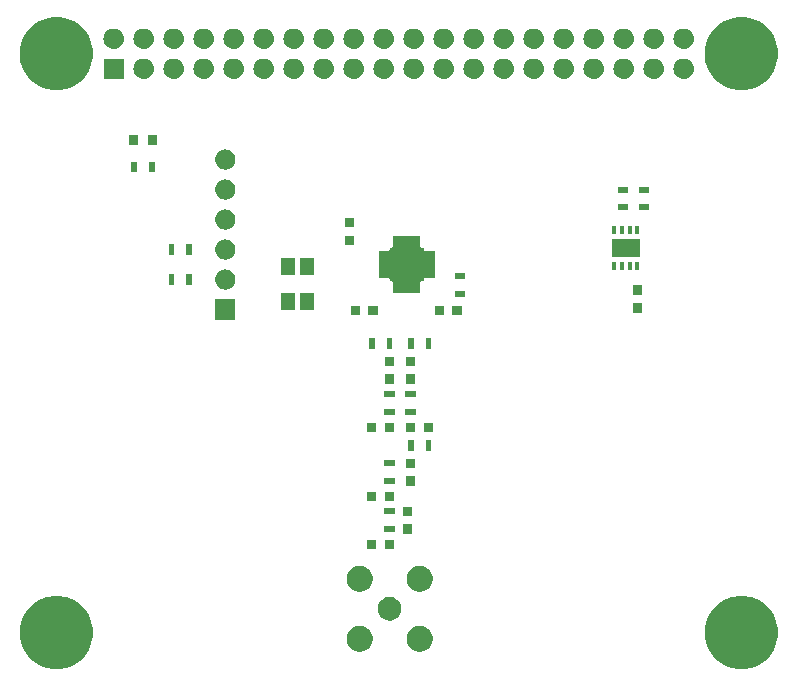
<source format=gts>
G04 #@! TF.GenerationSoftware,KiCad,Pcbnew,5.0.1-33cea8e~67~ubuntu18.04.1*
G04 #@! TF.CreationDate,2018-12-03T16:30:20-06:00*
G04 #@! TF.ProjectId,PiHatAx5043,50694861744178353034332E6B696361,V1.3*
G04 #@! TF.SameCoordinates,Original*
G04 #@! TF.FileFunction,Soldermask,Top*
G04 #@! TF.FilePolarity,Negative*
%FSLAX46Y46*%
G04 Gerber Fmt 4.6, Leading zero omitted, Abs format (unit mm)*
G04 Created by KiCad (PCBNEW 5.0.1-33cea8e~67~ubuntu18.04.1) date Mon 03 Dec 2018 04:30:20 PM CST*
%MOMM*%
%LPD*%
G01*
G04 APERTURE LIST*
%ADD10C,0.100000*%
G04 APERTURE END LIST*
D10*
G36*
X106104599Y-88079421D02*
X106304237Y-88119131D01*
X106868401Y-88352815D01*
X107376135Y-88692072D01*
X107807928Y-89123865D01*
X108147185Y-89631599D01*
X108380869Y-90195763D01*
X108380869Y-90195764D01*
X108496301Y-90776078D01*
X108500000Y-90794677D01*
X108500000Y-91405323D01*
X108380869Y-92004237D01*
X108147185Y-92568401D01*
X107807928Y-93076135D01*
X107376135Y-93507928D01*
X106868401Y-93847185D01*
X106304237Y-94080869D01*
X106104599Y-94120579D01*
X105705325Y-94200000D01*
X105094675Y-94200000D01*
X104695401Y-94120579D01*
X104495763Y-94080869D01*
X103931599Y-93847185D01*
X103423865Y-93507928D01*
X102992072Y-93076135D01*
X102652815Y-92568401D01*
X102419131Y-92004237D01*
X102300000Y-91405323D01*
X102300000Y-90794677D01*
X102303700Y-90776078D01*
X102419131Y-90195764D01*
X102419131Y-90195763D01*
X102652815Y-89631599D01*
X102992072Y-89123865D01*
X103423865Y-88692072D01*
X103931599Y-88352815D01*
X104495763Y-88119131D01*
X104695401Y-88079421D01*
X105094675Y-88000000D01*
X105705325Y-88000000D01*
X106104599Y-88079421D01*
X106104599Y-88079421D01*
G37*
G36*
X48104599Y-88079421D02*
X48304237Y-88119131D01*
X48868401Y-88352815D01*
X49376135Y-88692072D01*
X49807928Y-89123865D01*
X50147185Y-89631599D01*
X50380869Y-90195763D01*
X50380869Y-90195764D01*
X50496301Y-90776078D01*
X50500000Y-90794677D01*
X50500000Y-91405323D01*
X50380869Y-92004237D01*
X50147185Y-92568401D01*
X49807928Y-93076135D01*
X49376135Y-93507928D01*
X48868401Y-93847185D01*
X48304237Y-94080869D01*
X48104599Y-94120579D01*
X47705325Y-94200000D01*
X47094675Y-94200000D01*
X46695401Y-94120579D01*
X46495763Y-94080869D01*
X45931599Y-93847185D01*
X45423865Y-93507928D01*
X44992072Y-93076135D01*
X44652815Y-92568401D01*
X44419131Y-92004237D01*
X44300000Y-91405323D01*
X44300000Y-90794677D01*
X44303700Y-90776078D01*
X44419131Y-90195764D01*
X44419131Y-90195763D01*
X44652815Y-89631599D01*
X44992072Y-89123865D01*
X45423865Y-88692072D01*
X45931599Y-88352815D01*
X46495763Y-88119131D01*
X46695401Y-88079421D01*
X47094675Y-88000000D01*
X47705325Y-88000000D01*
X48104599Y-88079421D01*
X48104599Y-88079421D01*
G37*
G36*
X73409357Y-90572772D02*
X73609542Y-90655691D01*
X73789713Y-90776078D01*
X73942922Y-90929287D01*
X74063309Y-91109458D01*
X74146228Y-91309643D01*
X74188500Y-91522158D01*
X74188500Y-91738842D01*
X74146228Y-91951357D01*
X74063309Y-92151542D01*
X73942922Y-92331713D01*
X73789713Y-92484922D01*
X73789710Y-92484924D01*
X73789709Y-92484925D01*
X73609545Y-92605307D01*
X73609542Y-92605309D01*
X73409357Y-92688228D01*
X73196842Y-92730500D01*
X72980158Y-92730500D01*
X72767643Y-92688228D01*
X72567458Y-92605309D01*
X72567455Y-92605307D01*
X72387291Y-92484925D01*
X72387290Y-92484924D01*
X72387287Y-92484922D01*
X72234078Y-92331713D01*
X72113691Y-92151542D01*
X72030772Y-91951357D01*
X71988500Y-91738842D01*
X71988500Y-91522158D01*
X72030772Y-91309643D01*
X72113691Y-91109458D01*
X72234078Y-90929287D01*
X72387287Y-90776078D01*
X72567458Y-90655691D01*
X72767643Y-90572772D01*
X72980158Y-90530500D01*
X73196842Y-90530500D01*
X73409357Y-90572772D01*
X73409357Y-90572772D01*
G37*
G36*
X78489357Y-90572772D02*
X78689542Y-90655691D01*
X78869713Y-90776078D01*
X79022922Y-90929287D01*
X79143309Y-91109458D01*
X79226228Y-91309643D01*
X79268500Y-91522158D01*
X79268500Y-91738842D01*
X79226228Y-91951357D01*
X79143309Y-92151542D01*
X79022922Y-92331713D01*
X78869713Y-92484922D01*
X78869710Y-92484924D01*
X78869709Y-92484925D01*
X78689545Y-92605307D01*
X78689542Y-92605309D01*
X78489357Y-92688228D01*
X78276842Y-92730500D01*
X78060158Y-92730500D01*
X77847643Y-92688228D01*
X77647458Y-92605309D01*
X77647455Y-92605307D01*
X77467291Y-92484925D01*
X77467290Y-92484924D01*
X77467287Y-92484922D01*
X77314078Y-92331713D01*
X77193691Y-92151542D01*
X77110772Y-91951357D01*
X77068500Y-91738842D01*
X77068500Y-91522158D01*
X77110772Y-91309643D01*
X77193691Y-91109458D01*
X77314078Y-90929287D01*
X77467287Y-90776078D01*
X77647458Y-90655691D01*
X77847643Y-90572772D01*
X78060158Y-90530500D01*
X78276842Y-90530500D01*
X78489357Y-90572772D01*
X78489357Y-90572772D01*
G37*
G36*
X75804270Y-88105872D02*
X75920189Y-88128929D01*
X76102178Y-88204311D01*
X76265963Y-88313749D01*
X76405251Y-88453037D01*
X76514689Y-88616822D01*
X76590071Y-88798811D01*
X76628500Y-88992009D01*
X76628500Y-89188991D01*
X76590071Y-89382189D01*
X76514689Y-89564178D01*
X76405251Y-89727963D01*
X76265963Y-89867251D01*
X76102178Y-89976689D01*
X75920189Y-90052071D01*
X75804270Y-90075128D01*
X75726993Y-90090500D01*
X75530007Y-90090500D01*
X75452730Y-90075128D01*
X75336811Y-90052071D01*
X75154822Y-89976689D01*
X74991037Y-89867251D01*
X74851749Y-89727963D01*
X74742311Y-89564178D01*
X74666929Y-89382189D01*
X74628500Y-89188991D01*
X74628500Y-88992009D01*
X74666929Y-88798811D01*
X74742311Y-88616822D01*
X74851749Y-88453037D01*
X74991037Y-88313749D01*
X75154822Y-88204311D01*
X75336811Y-88128929D01*
X75452730Y-88105872D01*
X75530007Y-88090500D01*
X75726993Y-88090500D01*
X75804270Y-88105872D01*
X75804270Y-88105872D01*
G37*
G36*
X78489357Y-85492772D02*
X78689542Y-85575691D01*
X78869713Y-85696078D01*
X79022922Y-85849287D01*
X79143309Y-86029458D01*
X79226228Y-86229643D01*
X79268500Y-86442158D01*
X79268500Y-86658842D01*
X79226228Y-86871357D01*
X79143309Y-87071542D01*
X79022922Y-87251713D01*
X78869713Y-87404922D01*
X78689542Y-87525309D01*
X78489357Y-87608228D01*
X78276842Y-87650500D01*
X78060158Y-87650500D01*
X77847643Y-87608228D01*
X77647458Y-87525309D01*
X77467287Y-87404922D01*
X77314078Y-87251713D01*
X77193691Y-87071542D01*
X77110772Y-86871357D01*
X77068500Y-86658842D01*
X77068500Y-86442158D01*
X77110772Y-86229643D01*
X77193691Y-86029458D01*
X77314078Y-85849287D01*
X77467287Y-85696078D01*
X77647458Y-85575691D01*
X77847643Y-85492772D01*
X78060158Y-85450500D01*
X78276842Y-85450500D01*
X78489357Y-85492772D01*
X78489357Y-85492772D01*
G37*
G36*
X73409357Y-85492772D02*
X73609542Y-85575691D01*
X73789713Y-85696078D01*
X73942922Y-85849287D01*
X74063309Y-86029458D01*
X74146228Y-86229643D01*
X74188500Y-86442158D01*
X74188500Y-86658842D01*
X74146228Y-86871357D01*
X74063309Y-87071542D01*
X73942922Y-87251713D01*
X73789713Y-87404922D01*
X73609542Y-87525309D01*
X73409357Y-87608228D01*
X73196842Y-87650500D01*
X72980158Y-87650500D01*
X72767643Y-87608228D01*
X72567458Y-87525309D01*
X72387287Y-87404922D01*
X72234078Y-87251713D01*
X72113691Y-87071542D01*
X72030772Y-86871357D01*
X71988500Y-86658842D01*
X71988500Y-86442158D01*
X72030772Y-86229643D01*
X72113691Y-86029458D01*
X72234078Y-85849287D01*
X72387287Y-85696078D01*
X72567458Y-85575691D01*
X72767643Y-85492772D01*
X72980158Y-85450500D01*
X73196842Y-85450500D01*
X73409357Y-85492772D01*
X73409357Y-85492772D01*
G37*
G36*
X74516500Y-84004500D02*
X73716500Y-84004500D01*
X73716500Y-83254500D01*
X74516500Y-83254500D01*
X74516500Y-84004500D01*
X74516500Y-84004500D01*
G37*
G36*
X76016500Y-84004500D02*
X75216500Y-84004500D01*
X75216500Y-83254500D01*
X76016500Y-83254500D01*
X76016500Y-84004500D01*
X76016500Y-84004500D01*
G37*
G36*
X77527500Y-82747500D02*
X76777500Y-82747500D01*
X76777500Y-81947500D01*
X77527500Y-81947500D01*
X77527500Y-82747500D01*
X77527500Y-82747500D01*
G37*
G36*
X76078500Y-82597500D02*
X75178500Y-82597500D01*
X75178500Y-82097500D01*
X76078500Y-82097500D01*
X76078500Y-82597500D01*
X76078500Y-82597500D01*
G37*
G36*
X77527500Y-81247500D02*
X76777500Y-81247500D01*
X76777500Y-80447500D01*
X77527500Y-80447500D01*
X77527500Y-81247500D01*
X77527500Y-81247500D01*
G37*
G36*
X76078500Y-81097500D02*
X75178500Y-81097500D01*
X75178500Y-80597500D01*
X76078500Y-80597500D01*
X76078500Y-81097500D01*
X76078500Y-81097500D01*
G37*
G36*
X74516500Y-79940500D02*
X73716500Y-79940500D01*
X73716500Y-79190500D01*
X74516500Y-79190500D01*
X74516500Y-79940500D01*
X74516500Y-79940500D01*
G37*
G36*
X76016500Y-79940500D02*
X75216500Y-79940500D01*
X75216500Y-79190500D01*
X76016500Y-79190500D01*
X76016500Y-79940500D01*
X76016500Y-79940500D01*
G37*
G36*
X77781500Y-78683500D02*
X77031500Y-78683500D01*
X77031500Y-77883500D01*
X77781500Y-77883500D01*
X77781500Y-78683500D01*
X77781500Y-78683500D01*
G37*
G36*
X76078500Y-78533500D02*
X75178500Y-78533500D01*
X75178500Y-78033500D01*
X76078500Y-78033500D01*
X76078500Y-78533500D01*
X76078500Y-78533500D01*
G37*
G36*
X77781500Y-77183500D02*
X77031500Y-77183500D01*
X77031500Y-76383500D01*
X77781500Y-76383500D01*
X77781500Y-77183500D01*
X77781500Y-77183500D01*
G37*
G36*
X76078500Y-77033500D02*
X75178500Y-77033500D01*
X75178500Y-76533500D01*
X76078500Y-76533500D01*
X76078500Y-77033500D01*
X76078500Y-77033500D01*
G37*
G36*
X79168500Y-75697500D02*
X78668500Y-75697500D01*
X78668500Y-74797500D01*
X79168500Y-74797500D01*
X79168500Y-75697500D01*
X79168500Y-75697500D01*
G37*
G36*
X77668500Y-75697500D02*
X77168500Y-75697500D01*
X77168500Y-74797500D01*
X77668500Y-74797500D01*
X77668500Y-75697500D01*
X77668500Y-75697500D01*
G37*
G36*
X76016500Y-74098500D02*
X75216500Y-74098500D01*
X75216500Y-73348500D01*
X76016500Y-73348500D01*
X76016500Y-74098500D01*
X76016500Y-74098500D01*
G37*
G36*
X77818500Y-74098500D02*
X77018500Y-74098500D01*
X77018500Y-73348500D01*
X77818500Y-73348500D01*
X77818500Y-74098500D01*
X77818500Y-74098500D01*
G37*
G36*
X79318500Y-74098500D02*
X78518500Y-74098500D01*
X78518500Y-73348500D01*
X79318500Y-73348500D01*
X79318500Y-74098500D01*
X79318500Y-74098500D01*
G37*
G36*
X74516500Y-74098500D02*
X73716500Y-74098500D01*
X73716500Y-73348500D01*
X74516500Y-73348500D01*
X74516500Y-74098500D01*
X74516500Y-74098500D01*
G37*
G36*
X77856500Y-72691500D02*
X76956500Y-72691500D01*
X76956500Y-72191500D01*
X77856500Y-72191500D01*
X77856500Y-72691500D01*
X77856500Y-72691500D01*
G37*
G36*
X76078500Y-72691500D02*
X75178500Y-72691500D01*
X75178500Y-72191500D01*
X76078500Y-72191500D01*
X76078500Y-72691500D01*
X76078500Y-72691500D01*
G37*
G36*
X76078500Y-71191500D02*
X75178500Y-71191500D01*
X75178500Y-70691500D01*
X76078500Y-70691500D01*
X76078500Y-71191500D01*
X76078500Y-71191500D01*
G37*
G36*
X77856500Y-71191500D02*
X76956500Y-71191500D01*
X76956500Y-70691500D01*
X77856500Y-70691500D01*
X77856500Y-71191500D01*
X77856500Y-71191500D01*
G37*
G36*
X77781500Y-70047500D02*
X77031500Y-70047500D01*
X77031500Y-69247500D01*
X77781500Y-69247500D01*
X77781500Y-70047500D01*
X77781500Y-70047500D01*
G37*
G36*
X76003500Y-70047500D02*
X75253500Y-70047500D01*
X75253500Y-69247500D01*
X76003500Y-69247500D01*
X76003500Y-70047500D01*
X76003500Y-70047500D01*
G37*
G36*
X77781500Y-68547500D02*
X77031500Y-68547500D01*
X77031500Y-67747500D01*
X77781500Y-67747500D01*
X77781500Y-68547500D01*
X77781500Y-68547500D01*
G37*
G36*
X76003500Y-68547500D02*
X75253500Y-68547500D01*
X75253500Y-67747500D01*
X76003500Y-67747500D01*
X76003500Y-68547500D01*
X76003500Y-68547500D01*
G37*
G36*
X74366500Y-67061500D02*
X73866500Y-67061500D01*
X73866500Y-66161500D01*
X74366500Y-66161500D01*
X74366500Y-67061500D01*
X74366500Y-67061500D01*
G37*
G36*
X75866500Y-67061500D02*
X75366500Y-67061500D01*
X75366500Y-66161500D01*
X75866500Y-66161500D01*
X75866500Y-67061500D01*
X75866500Y-67061500D01*
G37*
G36*
X77668500Y-67061500D02*
X77168500Y-67061500D01*
X77168500Y-66161500D01*
X77668500Y-66161500D01*
X77668500Y-67061500D01*
X77668500Y-67061500D01*
G37*
G36*
X79168500Y-67061500D02*
X78668500Y-67061500D01*
X78668500Y-66161500D01*
X79168500Y-66161500D01*
X79168500Y-67061500D01*
X79168500Y-67061500D01*
G37*
G36*
X62572000Y-64604000D02*
X60872000Y-64604000D01*
X60872000Y-62904000D01*
X62572000Y-62904000D01*
X62572000Y-64604000D01*
X62572000Y-64604000D01*
G37*
G36*
X73119500Y-64192500D02*
X72319500Y-64192500D01*
X72319500Y-63442500D01*
X73119500Y-63442500D01*
X73119500Y-64192500D01*
X73119500Y-64192500D01*
G37*
G36*
X74619500Y-64192500D02*
X73819500Y-64192500D01*
X73819500Y-63442500D01*
X74619500Y-63442500D01*
X74619500Y-64192500D01*
X74619500Y-64192500D01*
G37*
G36*
X80231500Y-64192500D02*
X79431500Y-64192500D01*
X79431500Y-63442500D01*
X80231500Y-63442500D01*
X80231500Y-64192500D01*
X80231500Y-64192500D01*
G37*
G36*
X81731500Y-64192500D02*
X80931500Y-64192500D01*
X80931500Y-63442500D01*
X81731500Y-63442500D01*
X81731500Y-64192500D01*
X81731500Y-64192500D01*
G37*
G36*
X97022000Y-64015000D02*
X96272000Y-64015000D01*
X96272000Y-63215000D01*
X97022000Y-63215000D01*
X97022000Y-64015000D01*
X97022000Y-64015000D01*
G37*
G36*
X67593000Y-63795000D02*
X66443000Y-63795000D01*
X66443000Y-62395000D01*
X67593000Y-62395000D01*
X67593000Y-63795000D01*
X67593000Y-63795000D01*
G37*
G36*
X69193000Y-63795000D02*
X68043000Y-63795000D01*
X68043000Y-62395000D01*
X69193000Y-62395000D01*
X69193000Y-63795000D01*
X69193000Y-63795000D01*
G37*
G36*
X82047500Y-62658500D02*
X81147500Y-62658500D01*
X81147500Y-62158500D01*
X82047500Y-62158500D01*
X82047500Y-62658500D01*
X82047500Y-62658500D01*
G37*
G36*
X97022000Y-62515000D02*
X96272000Y-62515000D01*
X96272000Y-61715000D01*
X97022000Y-61715000D01*
X97022000Y-62515000D01*
X97022000Y-62515000D01*
G37*
G36*
X78228840Y-58394000D02*
X78231242Y-58418386D01*
X78238355Y-58441835D01*
X78249906Y-58463446D01*
X78265452Y-58482388D01*
X78284394Y-58497934D01*
X78306005Y-58509485D01*
X78329454Y-58516598D01*
X78353840Y-58519000D01*
X78503840Y-58519000D01*
X78503840Y-58669000D01*
X78506242Y-58693386D01*
X78513355Y-58716835D01*
X78524906Y-58738446D01*
X78540452Y-58757388D01*
X78559394Y-58772934D01*
X78581005Y-58784485D01*
X78604454Y-58791598D01*
X78628840Y-58794000D01*
X79453840Y-58794000D01*
X79453840Y-61094000D01*
X78628840Y-61094000D01*
X78604454Y-61096402D01*
X78581005Y-61103515D01*
X78559394Y-61115066D01*
X78540452Y-61130612D01*
X78524906Y-61149554D01*
X78513355Y-61171165D01*
X78506242Y-61194614D01*
X78503840Y-61219000D01*
X78503840Y-61369000D01*
X78353840Y-61369000D01*
X78329454Y-61371402D01*
X78306005Y-61378515D01*
X78284394Y-61390066D01*
X78265452Y-61405612D01*
X78249906Y-61424554D01*
X78238355Y-61446165D01*
X78231242Y-61469614D01*
X78228840Y-61494000D01*
X78228840Y-62319000D01*
X75928840Y-62319000D01*
X75928840Y-61494000D01*
X75926438Y-61469614D01*
X75919325Y-61446165D01*
X75907774Y-61424554D01*
X75892228Y-61405612D01*
X75873286Y-61390066D01*
X75851675Y-61378515D01*
X75828226Y-61371402D01*
X75803840Y-61369000D01*
X75653840Y-61369000D01*
X75653840Y-61219000D01*
X75651438Y-61194614D01*
X75644325Y-61171165D01*
X75632774Y-61149554D01*
X75617228Y-61130612D01*
X75598286Y-61115066D01*
X75576675Y-61103515D01*
X75553226Y-61096402D01*
X75528840Y-61094000D01*
X74703840Y-61094000D01*
X74703840Y-58794000D01*
X75528840Y-58794000D01*
X75553226Y-58791598D01*
X75576675Y-58784485D01*
X75598286Y-58772934D01*
X75617228Y-58757388D01*
X75632774Y-58738446D01*
X75644325Y-58716835D01*
X75651438Y-58693386D01*
X75653840Y-58669000D01*
X75653840Y-58519000D01*
X75803840Y-58519000D01*
X75828226Y-58516598D01*
X75851675Y-58509485D01*
X75873286Y-58497934D01*
X75892228Y-58482388D01*
X75907774Y-58463446D01*
X75919325Y-58441835D01*
X75926438Y-58418386D01*
X75928840Y-58394000D01*
X75928840Y-57569000D01*
X78228840Y-57569000D01*
X78228840Y-58394000D01*
X78228840Y-58394000D01*
G37*
G36*
X61888630Y-60376299D02*
X62048855Y-60424903D01*
X62196520Y-60503831D01*
X62325949Y-60610051D01*
X62432169Y-60739480D01*
X62511097Y-60887145D01*
X62559701Y-61047370D01*
X62576112Y-61214000D01*
X62559701Y-61380630D01*
X62511097Y-61540855D01*
X62432169Y-61688520D01*
X62325949Y-61817949D01*
X62196520Y-61924169D01*
X62048855Y-62003097D01*
X61888630Y-62051701D01*
X61763752Y-62064000D01*
X61680248Y-62064000D01*
X61555370Y-62051701D01*
X61395145Y-62003097D01*
X61247480Y-61924169D01*
X61118051Y-61817949D01*
X61011831Y-61688520D01*
X60932903Y-61540855D01*
X60884299Y-61380630D01*
X60867888Y-61214000D01*
X60884299Y-61047370D01*
X60932903Y-60887145D01*
X61011831Y-60739480D01*
X61118051Y-60610051D01*
X61247480Y-60503831D01*
X61395145Y-60424903D01*
X61555370Y-60376299D01*
X61680248Y-60364000D01*
X61763752Y-60364000D01*
X61888630Y-60376299D01*
X61888630Y-60376299D01*
G37*
G36*
X57412000Y-61664000D02*
X56912000Y-61664000D01*
X56912000Y-60764000D01*
X57412000Y-60764000D01*
X57412000Y-61664000D01*
X57412000Y-61664000D01*
G37*
G36*
X58912000Y-61664000D02*
X58412000Y-61664000D01*
X58412000Y-60764000D01*
X58912000Y-60764000D01*
X58912000Y-61664000D01*
X58912000Y-61664000D01*
G37*
G36*
X82047500Y-61158500D02*
X81147500Y-61158500D01*
X81147500Y-60658500D01*
X82047500Y-60658500D01*
X82047500Y-61158500D01*
X82047500Y-61158500D01*
G37*
G36*
X69193000Y-60795000D02*
X68043000Y-60795000D01*
X68043000Y-59395000D01*
X69193000Y-59395000D01*
X69193000Y-60795000D01*
X69193000Y-60795000D01*
G37*
G36*
X67593000Y-60795000D02*
X66443000Y-60795000D01*
X66443000Y-59395000D01*
X67593000Y-59395000D01*
X67593000Y-60795000D01*
X67593000Y-60795000D01*
G37*
G36*
X96781000Y-60422000D02*
X96431000Y-60422000D01*
X96431000Y-59772000D01*
X96781000Y-59772000D01*
X96781000Y-60422000D01*
X96781000Y-60422000D01*
G37*
G36*
X96131000Y-60422000D02*
X95781000Y-60422000D01*
X95781000Y-59772000D01*
X96131000Y-59772000D01*
X96131000Y-60422000D01*
X96131000Y-60422000D01*
G37*
G36*
X95481000Y-60422000D02*
X95131000Y-60422000D01*
X95131000Y-59772000D01*
X95481000Y-59772000D01*
X95481000Y-60422000D01*
X95481000Y-60422000D01*
G37*
G36*
X94831000Y-60422000D02*
X94481000Y-60422000D01*
X94481000Y-59772000D01*
X94831000Y-59772000D01*
X94831000Y-60422000D01*
X94831000Y-60422000D01*
G37*
G36*
X61888630Y-57836299D02*
X62048855Y-57884903D01*
X62196520Y-57963831D01*
X62325949Y-58070051D01*
X62432169Y-58199480D01*
X62511097Y-58347145D01*
X62559701Y-58507370D01*
X62576112Y-58674000D01*
X62559701Y-58840630D01*
X62511097Y-59000855D01*
X62432169Y-59148520D01*
X62325949Y-59277949D01*
X62196520Y-59384169D01*
X62048855Y-59463097D01*
X61888630Y-59511701D01*
X61763752Y-59524000D01*
X61680248Y-59524000D01*
X61555370Y-59511701D01*
X61395145Y-59463097D01*
X61247480Y-59384169D01*
X61118051Y-59277949D01*
X61011831Y-59148520D01*
X60932903Y-59000855D01*
X60884299Y-58840630D01*
X60867888Y-58674000D01*
X60884299Y-58507370D01*
X60932903Y-58347145D01*
X61011831Y-58199480D01*
X61118051Y-58070051D01*
X61247480Y-57963831D01*
X61395145Y-57884903D01*
X61555370Y-57836299D01*
X61680248Y-57824000D01*
X61763752Y-57824000D01*
X61888630Y-57836299D01*
X61888630Y-57836299D01*
G37*
G36*
X96831000Y-59322000D02*
X94431000Y-59322000D01*
X94431000Y-57772000D01*
X96831000Y-57772000D01*
X96831000Y-59322000D01*
X96831000Y-59322000D01*
G37*
G36*
X58912000Y-59124000D02*
X58412000Y-59124000D01*
X58412000Y-58224000D01*
X58912000Y-58224000D01*
X58912000Y-59124000D01*
X58912000Y-59124000D01*
G37*
G36*
X57412000Y-59124000D02*
X56912000Y-59124000D01*
X56912000Y-58224000D01*
X57412000Y-58224000D01*
X57412000Y-59124000D01*
X57412000Y-59124000D01*
G37*
G36*
X72638000Y-58300000D02*
X71888000Y-58300000D01*
X71888000Y-57500000D01*
X72638000Y-57500000D01*
X72638000Y-58300000D01*
X72638000Y-58300000D01*
G37*
G36*
X95481000Y-57322000D02*
X95131000Y-57322000D01*
X95131000Y-56672000D01*
X95481000Y-56672000D01*
X95481000Y-57322000D01*
X95481000Y-57322000D01*
G37*
G36*
X96131000Y-57322000D02*
X95781000Y-57322000D01*
X95781000Y-56672000D01*
X96131000Y-56672000D01*
X96131000Y-57322000D01*
X96131000Y-57322000D01*
G37*
G36*
X96781000Y-57322000D02*
X96431000Y-57322000D01*
X96431000Y-56672000D01*
X96781000Y-56672000D01*
X96781000Y-57322000D01*
X96781000Y-57322000D01*
G37*
G36*
X94831000Y-57322000D02*
X94481000Y-57322000D01*
X94481000Y-56672000D01*
X94831000Y-56672000D01*
X94831000Y-57322000D01*
X94831000Y-57322000D01*
G37*
G36*
X61888630Y-55296299D02*
X62048855Y-55344903D01*
X62196520Y-55423831D01*
X62325949Y-55530051D01*
X62432169Y-55659480D01*
X62511097Y-55807145D01*
X62559701Y-55967370D01*
X62576112Y-56134000D01*
X62559701Y-56300630D01*
X62511097Y-56460855D01*
X62432169Y-56608520D01*
X62325949Y-56737949D01*
X62196520Y-56844169D01*
X62048855Y-56923097D01*
X61888630Y-56971701D01*
X61763752Y-56984000D01*
X61680248Y-56984000D01*
X61555370Y-56971701D01*
X61395145Y-56923097D01*
X61247480Y-56844169D01*
X61118051Y-56737949D01*
X61011831Y-56608520D01*
X60932903Y-56460855D01*
X60884299Y-56300630D01*
X60867888Y-56134000D01*
X60884299Y-55967370D01*
X60932903Y-55807145D01*
X61011831Y-55659480D01*
X61118051Y-55530051D01*
X61247480Y-55423831D01*
X61395145Y-55344903D01*
X61555370Y-55296299D01*
X61680248Y-55284000D01*
X61763752Y-55284000D01*
X61888630Y-55296299D01*
X61888630Y-55296299D01*
G37*
G36*
X72638000Y-56800000D02*
X71888000Y-56800000D01*
X71888000Y-56000000D01*
X72638000Y-56000000D01*
X72638000Y-56800000D01*
X72638000Y-56800000D01*
G37*
G36*
X95827000Y-55356000D02*
X94927000Y-55356000D01*
X94927000Y-54856000D01*
X95827000Y-54856000D01*
X95827000Y-55356000D01*
X95827000Y-55356000D01*
G37*
G36*
X97605000Y-55356000D02*
X96705000Y-55356000D01*
X96705000Y-54856000D01*
X97605000Y-54856000D01*
X97605000Y-55356000D01*
X97605000Y-55356000D01*
G37*
G36*
X61888630Y-52756299D02*
X62048855Y-52804903D01*
X62196520Y-52883831D01*
X62325949Y-52990051D01*
X62432169Y-53119480D01*
X62511097Y-53267145D01*
X62559701Y-53427370D01*
X62576112Y-53594000D01*
X62559701Y-53760630D01*
X62511097Y-53920855D01*
X62432169Y-54068520D01*
X62325949Y-54197949D01*
X62196520Y-54304169D01*
X62048855Y-54383097D01*
X61888630Y-54431701D01*
X61763752Y-54444000D01*
X61680248Y-54444000D01*
X61555370Y-54431701D01*
X61395145Y-54383097D01*
X61247480Y-54304169D01*
X61118051Y-54197949D01*
X61011831Y-54068520D01*
X60932903Y-53920855D01*
X60884299Y-53760630D01*
X60867888Y-53594000D01*
X60884299Y-53427370D01*
X60932903Y-53267145D01*
X61011831Y-53119480D01*
X61118051Y-52990051D01*
X61247480Y-52883831D01*
X61395145Y-52804903D01*
X61555370Y-52756299D01*
X61680248Y-52744000D01*
X61763752Y-52744000D01*
X61888630Y-52756299D01*
X61888630Y-52756299D01*
G37*
G36*
X95827000Y-53856000D02*
X94927000Y-53856000D01*
X94927000Y-53356000D01*
X95827000Y-53356000D01*
X95827000Y-53856000D01*
X95827000Y-53856000D01*
G37*
G36*
X97605000Y-53856000D02*
X96705000Y-53856000D01*
X96705000Y-53356000D01*
X97605000Y-53356000D01*
X97605000Y-53856000D01*
X97605000Y-53856000D01*
G37*
G36*
X54237000Y-52139000D02*
X53737000Y-52139000D01*
X53737000Y-51239000D01*
X54237000Y-51239000D01*
X54237000Y-52139000D01*
X54237000Y-52139000D01*
G37*
G36*
X55737000Y-52139000D02*
X55237000Y-52139000D01*
X55237000Y-51239000D01*
X55737000Y-51239000D01*
X55737000Y-52139000D01*
X55737000Y-52139000D01*
G37*
G36*
X61888630Y-50216299D02*
X62048855Y-50264903D01*
X62196520Y-50343831D01*
X62325949Y-50450051D01*
X62432169Y-50579480D01*
X62511097Y-50727145D01*
X62559701Y-50887370D01*
X62576112Y-51054000D01*
X62559701Y-51220630D01*
X62511097Y-51380855D01*
X62432169Y-51528520D01*
X62325949Y-51657949D01*
X62196520Y-51764169D01*
X62048855Y-51843097D01*
X61888630Y-51891701D01*
X61763752Y-51904000D01*
X61680248Y-51904000D01*
X61555370Y-51891701D01*
X61395145Y-51843097D01*
X61247480Y-51764169D01*
X61118051Y-51657949D01*
X61011831Y-51528520D01*
X60932903Y-51380855D01*
X60884299Y-51220630D01*
X60867888Y-51054000D01*
X60884299Y-50887370D01*
X60932903Y-50727145D01*
X61011831Y-50579480D01*
X61118051Y-50450051D01*
X61247480Y-50343831D01*
X61395145Y-50264903D01*
X61555370Y-50216299D01*
X61680248Y-50204000D01*
X61763752Y-50204000D01*
X61888630Y-50216299D01*
X61888630Y-50216299D01*
G37*
G36*
X55937000Y-49803000D02*
X55137000Y-49803000D01*
X55137000Y-49003000D01*
X55937000Y-49003000D01*
X55937000Y-49803000D01*
X55937000Y-49803000D01*
G37*
G36*
X54337000Y-49803000D02*
X53537000Y-49803000D01*
X53537000Y-49003000D01*
X54337000Y-49003000D01*
X54337000Y-49803000D01*
X54337000Y-49803000D01*
G37*
G36*
X106104599Y-39079421D02*
X106304237Y-39119131D01*
X106868401Y-39352815D01*
X107376135Y-39692072D01*
X107807928Y-40123865D01*
X108147185Y-40631599D01*
X108366920Y-41162088D01*
X108380869Y-41195764D01*
X108500000Y-41794675D01*
X108500000Y-42405325D01*
X108430169Y-42756388D01*
X108380869Y-43004237D01*
X108147185Y-43568401D01*
X107807928Y-44076135D01*
X107376135Y-44507928D01*
X106868401Y-44847185D01*
X106304237Y-45080869D01*
X106104599Y-45120579D01*
X105705325Y-45200000D01*
X105094675Y-45200000D01*
X104695401Y-45120579D01*
X104495763Y-45080869D01*
X103931599Y-44847185D01*
X103423865Y-44507928D01*
X102992072Y-44076135D01*
X102652815Y-43568401D01*
X102419131Y-43004237D01*
X102369831Y-42756388D01*
X102300000Y-42405325D01*
X102300000Y-41794675D01*
X102419131Y-41195764D01*
X102433080Y-41162088D01*
X102652815Y-40631599D01*
X102992072Y-40123865D01*
X103423865Y-39692072D01*
X103931599Y-39352815D01*
X104495763Y-39119131D01*
X104695401Y-39079421D01*
X105094675Y-39000000D01*
X105705325Y-39000000D01*
X106104599Y-39079421D01*
X106104599Y-39079421D01*
G37*
G36*
X48104599Y-39079421D02*
X48304237Y-39119131D01*
X48868401Y-39352815D01*
X49376135Y-39692072D01*
X49807928Y-40123865D01*
X50147185Y-40631599D01*
X50366920Y-41162088D01*
X50380869Y-41195764D01*
X50500000Y-41794675D01*
X50500000Y-42405325D01*
X50430169Y-42756388D01*
X50380869Y-43004237D01*
X50147185Y-43568401D01*
X49807928Y-44076135D01*
X49376135Y-44507928D01*
X48868401Y-44847185D01*
X48304237Y-45080869D01*
X48104599Y-45120579D01*
X47705325Y-45200000D01*
X47094675Y-45200000D01*
X46695401Y-45120579D01*
X46495763Y-45080869D01*
X45931599Y-44847185D01*
X45423865Y-44507928D01*
X44992072Y-44076135D01*
X44652815Y-43568401D01*
X44419131Y-43004237D01*
X44369831Y-42756388D01*
X44300000Y-42405325D01*
X44300000Y-41794675D01*
X44419131Y-41195764D01*
X44433080Y-41162088D01*
X44652815Y-40631599D01*
X44992072Y-40123865D01*
X45423865Y-39692072D01*
X45931599Y-39352815D01*
X46495763Y-39119131D01*
X46695401Y-39079421D01*
X47094675Y-39000000D01*
X47705325Y-39000000D01*
X48104599Y-39079421D01*
X48104599Y-39079421D01*
G37*
G36*
X59974712Y-42510565D02*
X60059295Y-42518896D01*
X60179727Y-42555429D01*
X60222088Y-42568279D01*
X60372112Y-42648468D01*
X60503612Y-42756388D01*
X60611532Y-42887888D01*
X60691721Y-43037912D01*
X60691722Y-43037916D01*
X60741104Y-43200705D01*
X60757778Y-43370000D01*
X60741104Y-43539295D01*
X60704571Y-43659727D01*
X60691721Y-43702088D01*
X60611532Y-43852112D01*
X60503612Y-43983612D01*
X60372112Y-44091532D01*
X60222088Y-44171721D01*
X60179727Y-44184571D01*
X60059295Y-44221104D01*
X59974712Y-44229435D01*
X59932421Y-44233600D01*
X59847579Y-44233600D01*
X59805288Y-44229435D01*
X59720705Y-44221104D01*
X59600273Y-44184571D01*
X59557912Y-44171721D01*
X59407888Y-44091532D01*
X59276388Y-43983612D01*
X59168468Y-43852112D01*
X59088279Y-43702088D01*
X59075429Y-43659727D01*
X59038896Y-43539295D01*
X59022222Y-43370000D01*
X59038896Y-43200705D01*
X59088278Y-43037916D01*
X59088279Y-43037912D01*
X59168468Y-42887888D01*
X59276388Y-42756388D01*
X59407888Y-42648468D01*
X59557912Y-42568279D01*
X59600273Y-42555429D01*
X59720705Y-42518896D01*
X59805288Y-42510565D01*
X59847579Y-42506400D01*
X59932421Y-42506400D01*
X59974712Y-42510565D01*
X59974712Y-42510565D01*
G37*
G36*
X62514712Y-42510565D02*
X62599295Y-42518896D01*
X62719727Y-42555429D01*
X62762088Y-42568279D01*
X62912112Y-42648468D01*
X63043612Y-42756388D01*
X63151532Y-42887888D01*
X63231721Y-43037912D01*
X63231722Y-43037916D01*
X63281104Y-43200705D01*
X63297778Y-43370000D01*
X63281104Y-43539295D01*
X63244571Y-43659727D01*
X63231721Y-43702088D01*
X63151532Y-43852112D01*
X63043612Y-43983612D01*
X62912112Y-44091532D01*
X62762088Y-44171721D01*
X62719727Y-44184571D01*
X62599295Y-44221104D01*
X62514712Y-44229435D01*
X62472421Y-44233600D01*
X62387579Y-44233600D01*
X62345288Y-44229435D01*
X62260705Y-44221104D01*
X62140273Y-44184571D01*
X62097912Y-44171721D01*
X61947888Y-44091532D01*
X61816388Y-43983612D01*
X61708468Y-43852112D01*
X61628279Y-43702088D01*
X61615429Y-43659727D01*
X61578896Y-43539295D01*
X61562222Y-43370000D01*
X61578896Y-43200705D01*
X61628278Y-43037916D01*
X61628279Y-43037912D01*
X61708468Y-42887888D01*
X61816388Y-42756388D01*
X61947888Y-42648468D01*
X62097912Y-42568279D01*
X62140273Y-42555429D01*
X62260705Y-42518896D01*
X62345288Y-42510565D01*
X62387579Y-42506400D01*
X62472421Y-42506400D01*
X62514712Y-42510565D01*
X62514712Y-42510565D01*
G37*
G36*
X65054712Y-42510565D02*
X65139295Y-42518896D01*
X65259727Y-42555429D01*
X65302088Y-42568279D01*
X65452112Y-42648468D01*
X65583612Y-42756388D01*
X65691532Y-42887888D01*
X65771721Y-43037912D01*
X65771722Y-43037916D01*
X65821104Y-43200705D01*
X65837778Y-43370000D01*
X65821104Y-43539295D01*
X65784571Y-43659727D01*
X65771721Y-43702088D01*
X65691532Y-43852112D01*
X65583612Y-43983612D01*
X65452112Y-44091532D01*
X65302088Y-44171721D01*
X65259727Y-44184571D01*
X65139295Y-44221104D01*
X65054712Y-44229435D01*
X65012421Y-44233600D01*
X64927579Y-44233600D01*
X64885288Y-44229435D01*
X64800705Y-44221104D01*
X64680273Y-44184571D01*
X64637912Y-44171721D01*
X64487888Y-44091532D01*
X64356388Y-43983612D01*
X64248468Y-43852112D01*
X64168279Y-43702088D01*
X64155429Y-43659727D01*
X64118896Y-43539295D01*
X64102222Y-43370000D01*
X64118896Y-43200705D01*
X64168278Y-43037916D01*
X64168279Y-43037912D01*
X64248468Y-42887888D01*
X64356388Y-42756388D01*
X64487888Y-42648468D01*
X64637912Y-42568279D01*
X64680273Y-42555429D01*
X64800705Y-42518896D01*
X64885288Y-42510565D01*
X64927579Y-42506400D01*
X65012421Y-42506400D01*
X65054712Y-42510565D01*
X65054712Y-42510565D01*
G37*
G36*
X57434712Y-42510565D02*
X57519295Y-42518896D01*
X57639727Y-42555429D01*
X57682088Y-42568279D01*
X57832112Y-42648468D01*
X57963612Y-42756388D01*
X58071532Y-42887888D01*
X58151721Y-43037912D01*
X58151722Y-43037916D01*
X58201104Y-43200705D01*
X58217778Y-43370000D01*
X58201104Y-43539295D01*
X58164571Y-43659727D01*
X58151721Y-43702088D01*
X58071532Y-43852112D01*
X57963612Y-43983612D01*
X57832112Y-44091532D01*
X57682088Y-44171721D01*
X57639727Y-44184571D01*
X57519295Y-44221104D01*
X57434712Y-44229435D01*
X57392421Y-44233600D01*
X57307579Y-44233600D01*
X57265288Y-44229435D01*
X57180705Y-44221104D01*
X57060273Y-44184571D01*
X57017912Y-44171721D01*
X56867888Y-44091532D01*
X56736388Y-43983612D01*
X56628468Y-43852112D01*
X56548279Y-43702088D01*
X56535429Y-43659727D01*
X56498896Y-43539295D01*
X56482222Y-43370000D01*
X56498896Y-43200705D01*
X56548278Y-43037916D01*
X56548279Y-43037912D01*
X56628468Y-42887888D01*
X56736388Y-42756388D01*
X56867888Y-42648468D01*
X57017912Y-42568279D01*
X57060273Y-42555429D01*
X57180705Y-42518896D01*
X57265288Y-42510565D01*
X57307579Y-42506400D01*
X57392421Y-42506400D01*
X57434712Y-42510565D01*
X57434712Y-42510565D01*
G37*
G36*
X67594712Y-42510565D02*
X67679295Y-42518896D01*
X67799727Y-42555429D01*
X67842088Y-42568279D01*
X67992112Y-42648468D01*
X68123612Y-42756388D01*
X68231532Y-42887888D01*
X68311721Y-43037912D01*
X68311722Y-43037916D01*
X68361104Y-43200705D01*
X68377778Y-43370000D01*
X68361104Y-43539295D01*
X68324571Y-43659727D01*
X68311721Y-43702088D01*
X68231532Y-43852112D01*
X68123612Y-43983612D01*
X67992112Y-44091532D01*
X67842088Y-44171721D01*
X67799727Y-44184571D01*
X67679295Y-44221104D01*
X67594712Y-44229435D01*
X67552421Y-44233600D01*
X67467579Y-44233600D01*
X67425288Y-44229435D01*
X67340705Y-44221104D01*
X67220273Y-44184571D01*
X67177912Y-44171721D01*
X67027888Y-44091532D01*
X66896388Y-43983612D01*
X66788468Y-43852112D01*
X66708279Y-43702088D01*
X66695429Y-43659727D01*
X66658896Y-43539295D01*
X66642222Y-43370000D01*
X66658896Y-43200705D01*
X66708278Y-43037916D01*
X66708279Y-43037912D01*
X66788468Y-42887888D01*
X66896388Y-42756388D01*
X67027888Y-42648468D01*
X67177912Y-42568279D01*
X67220273Y-42555429D01*
X67340705Y-42518896D01*
X67425288Y-42510565D01*
X67467579Y-42506400D01*
X67552421Y-42506400D01*
X67594712Y-42510565D01*
X67594712Y-42510565D01*
G37*
G36*
X70134712Y-42510565D02*
X70219295Y-42518896D01*
X70339727Y-42555429D01*
X70382088Y-42568279D01*
X70532112Y-42648468D01*
X70663612Y-42756388D01*
X70771532Y-42887888D01*
X70851721Y-43037912D01*
X70851722Y-43037916D01*
X70901104Y-43200705D01*
X70917778Y-43370000D01*
X70901104Y-43539295D01*
X70864571Y-43659727D01*
X70851721Y-43702088D01*
X70771532Y-43852112D01*
X70663612Y-43983612D01*
X70532112Y-44091532D01*
X70382088Y-44171721D01*
X70339727Y-44184571D01*
X70219295Y-44221104D01*
X70134712Y-44229435D01*
X70092421Y-44233600D01*
X70007579Y-44233600D01*
X69965288Y-44229435D01*
X69880705Y-44221104D01*
X69760273Y-44184571D01*
X69717912Y-44171721D01*
X69567888Y-44091532D01*
X69436388Y-43983612D01*
X69328468Y-43852112D01*
X69248279Y-43702088D01*
X69235429Y-43659727D01*
X69198896Y-43539295D01*
X69182222Y-43370000D01*
X69198896Y-43200705D01*
X69248278Y-43037916D01*
X69248279Y-43037912D01*
X69328468Y-42887888D01*
X69436388Y-42756388D01*
X69567888Y-42648468D01*
X69717912Y-42568279D01*
X69760273Y-42555429D01*
X69880705Y-42518896D01*
X69965288Y-42510565D01*
X70007579Y-42506400D01*
X70092421Y-42506400D01*
X70134712Y-42510565D01*
X70134712Y-42510565D01*
G37*
G36*
X72674712Y-42510565D02*
X72759295Y-42518896D01*
X72879727Y-42555429D01*
X72922088Y-42568279D01*
X73072112Y-42648468D01*
X73203612Y-42756388D01*
X73311532Y-42887888D01*
X73391721Y-43037912D01*
X73391722Y-43037916D01*
X73441104Y-43200705D01*
X73457778Y-43370000D01*
X73441104Y-43539295D01*
X73404571Y-43659727D01*
X73391721Y-43702088D01*
X73311532Y-43852112D01*
X73203612Y-43983612D01*
X73072112Y-44091532D01*
X72922088Y-44171721D01*
X72879727Y-44184571D01*
X72759295Y-44221104D01*
X72674712Y-44229435D01*
X72632421Y-44233600D01*
X72547579Y-44233600D01*
X72505288Y-44229435D01*
X72420705Y-44221104D01*
X72300273Y-44184571D01*
X72257912Y-44171721D01*
X72107888Y-44091532D01*
X71976388Y-43983612D01*
X71868468Y-43852112D01*
X71788279Y-43702088D01*
X71775429Y-43659727D01*
X71738896Y-43539295D01*
X71722222Y-43370000D01*
X71738896Y-43200705D01*
X71788278Y-43037916D01*
X71788279Y-43037912D01*
X71868468Y-42887888D01*
X71976388Y-42756388D01*
X72107888Y-42648468D01*
X72257912Y-42568279D01*
X72300273Y-42555429D01*
X72420705Y-42518896D01*
X72505288Y-42510565D01*
X72547579Y-42506400D01*
X72632421Y-42506400D01*
X72674712Y-42510565D01*
X72674712Y-42510565D01*
G37*
G36*
X53133600Y-44233600D02*
X51406400Y-44233600D01*
X51406400Y-42506400D01*
X53133600Y-42506400D01*
X53133600Y-44233600D01*
X53133600Y-44233600D01*
G37*
G36*
X77754712Y-42510565D02*
X77839295Y-42518896D01*
X77959727Y-42555429D01*
X78002088Y-42568279D01*
X78152112Y-42648468D01*
X78283612Y-42756388D01*
X78391532Y-42887888D01*
X78471721Y-43037912D01*
X78471722Y-43037916D01*
X78521104Y-43200705D01*
X78537778Y-43370000D01*
X78521104Y-43539295D01*
X78484571Y-43659727D01*
X78471721Y-43702088D01*
X78391532Y-43852112D01*
X78283612Y-43983612D01*
X78152112Y-44091532D01*
X78002088Y-44171721D01*
X77959727Y-44184571D01*
X77839295Y-44221104D01*
X77754712Y-44229435D01*
X77712421Y-44233600D01*
X77627579Y-44233600D01*
X77585288Y-44229435D01*
X77500705Y-44221104D01*
X77380273Y-44184571D01*
X77337912Y-44171721D01*
X77187888Y-44091532D01*
X77056388Y-43983612D01*
X76948468Y-43852112D01*
X76868279Y-43702088D01*
X76855429Y-43659727D01*
X76818896Y-43539295D01*
X76802222Y-43370000D01*
X76818896Y-43200705D01*
X76868278Y-43037916D01*
X76868279Y-43037912D01*
X76948468Y-42887888D01*
X77056388Y-42756388D01*
X77187888Y-42648468D01*
X77337912Y-42568279D01*
X77380273Y-42555429D01*
X77500705Y-42518896D01*
X77585288Y-42510565D01*
X77627579Y-42506400D01*
X77712421Y-42506400D01*
X77754712Y-42510565D01*
X77754712Y-42510565D01*
G37*
G36*
X75214712Y-42510565D02*
X75299295Y-42518896D01*
X75419727Y-42555429D01*
X75462088Y-42568279D01*
X75612112Y-42648468D01*
X75743612Y-42756388D01*
X75851532Y-42887888D01*
X75931721Y-43037912D01*
X75931722Y-43037916D01*
X75981104Y-43200705D01*
X75997778Y-43370000D01*
X75981104Y-43539295D01*
X75944571Y-43659727D01*
X75931721Y-43702088D01*
X75851532Y-43852112D01*
X75743612Y-43983612D01*
X75612112Y-44091532D01*
X75462088Y-44171721D01*
X75419727Y-44184571D01*
X75299295Y-44221104D01*
X75214712Y-44229435D01*
X75172421Y-44233600D01*
X75087579Y-44233600D01*
X75045288Y-44229435D01*
X74960705Y-44221104D01*
X74840273Y-44184571D01*
X74797912Y-44171721D01*
X74647888Y-44091532D01*
X74516388Y-43983612D01*
X74408468Y-43852112D01*
X74328279Y-43702088D01*
X74315429Y-43659727D01*
X74278896Y-43539295D01*
X74262222Y-43370000D01*
X74278896Y-43200705D01*
X74328278Y-43037916D01*
X74328279Y-43037912D01*
X74408468Y-42887888D01*
X74516388Y-42756388D01*
X74647888Y-42648468D01*
X74797912Y-42568279D01*
X74840273Y-42555429D01*
X74960705Y-42518896D01*
X75045288Y-42510565D01*
X75087579Y-42506400D01*
X75172421Y-42506400D01*
X75214712Y-42510565D01*
X75214712Y-42510565D01*
G37*
G36*
X100614712Y-42510565D02*
X100699295Y-42518896D01*
X100819727Y-42555429D01*
X100862088Y-42568279D01*
X101012112Y-42648468D01*
X101143612Y-42756388D01*
X101251532Y-42887888D01*
X101331721Y-43037912D01*
X101331722Y-43037916D01*
X101381104Y-43200705D01*
X101397778Y-43370000D01*
X101381104Y-43539295D01*
X101344571Y-43659727D01*
X101331721Y-43702088D01*
X101251532Y-43852112D01*
X101143612Y-43983612D01*
X101012112Y-44091532D01*
X100862088Y-44171721D01*
X100819727Y-44184571D01*
X100699295Y-44221104D01*
X100614712Y-44229435D01*
X100572421Y-44233600D01*
X100487579Y-44233600D01*
X100445288Y-44229435D01*
X100360705Y-44221104D01*
X100240273Y-44184571D01*
X100197912Y-44171721D01*
X100047888Y-44091532D01*
X99916388Y-43983612D01*
X99808468Y-43852112D01*
X99728279Y-43702088D01*
X99715429Y-43659727D01*
X99678896Y-43539295D01*
X99662222Y-43370000D01*
X99678896Y-43200705D01*
X99728278Y-43037916D01*
X99728279Y-43037912D01*
X99808468Y-42887888D01*
X99916388Y-42756388D01*
X100047888Y-42648468D01*
X100197912Y-42568279D01*
X100240273Y-42555429D01*
X100360705Y-42518896D01*
X100445288Y-42510565D01*
X100487579Y-42506400D01*
X100572421Y-42506400D01*
X100614712Y-42510565D01*
X100614712Y-42510565D01*
G37*
G36*
X54894712Y-42510565D02*
X54979295Y-42518896D01*
X55099727Y-42555429D01*
X55142088Y-42568279D01*
X55292112Y-42648468D01*
X55423612Y-42756388D01*
X55531532Y-42887888D01*
X55611721Y-43037912D01*
X55611722Y-43037916D01*
X55661104Y-43200705D01*
X55677778Y-43370000D01*
X55661104Y-43539295D01*
X55624571Y-43659727D01*
X55611721Y-43702088D01*
X55531532Y-43852112D01*
X55423612Y-43983612D01*
X55292112Y-44091532D01*
X55142088Y-44171721D01*
X55099727Y-44184571D01*
X54979295Y-44221104D01*
X54894712Y-44229435D01*
X54852421Y-44233600D01*
X54767579Y-44233600D01*
X54725288Y-44229435D01*
X54640705Y-44221104D01*
X54520273Y-44184571D01*
X54477912Y-44171721D01*
X54327888Y-44091532D01*
X54196388Y-43983612D01*
X54088468Y-43852112D01*
X54008279Y-43702088D01*
X53995429Y-43659727D01*
X53958896Y-43539295D01*
X53942222Y-43370000D01*
X53958896Y-43200705D01*
X54008278Y-43037916D01*
X54008279Y-43037912D01*
X54088468Y-42887888D01*
X54196388Y-42756388D01*
X54327888Y-42648468D01*
X54477912Y-42568279D01*
X54520273Y-42555429D01*
X54640705Y-42518896D01*
X54725288Y-42510565D01*
X54767579Y-42506400D01*
X54852421Y-42506400D01*
X54894712Y-42510565D01*
X54894712Y-42510565D01*
G37*
G36*
X82834712Y-42510565D02*
X82919295Y-42518896D01*
X83039727Y-42555429D01*
X83082088Y-42568279D01*
X83232112Y-42648468D01*
X83363612Y-42756388D01*
X83471532Y-42887888D01*
X83551721Y-43037912D01*
X83551722Y-43037916D01*
X83601104Y-43200705D01*
X83617778Y-43370000D01*
X83601104Y-43539295D01*
X83564571Y-43659727D01*
X83551721Y-43702088D01*
X83471532Y-43852112D01*
X83363612Y-43983612D01*
X83232112Y-44091532D01*
X83082088Y-44171721D01*
X83039727Y-44184571D01*
X82919295Y-44221104D01*
X82834712Y-44229435D01*
X82792421Y-44233600D01*
X82707579Y-44233600D01*
X82665288Y-44229435D01*
X82580705Y-44221104D01*
X82460273Y-44184571D01*
X82417912Y-44171721D01*
X82267888Y-44091532D01*
X82136388Y-43983612D01*
X82028468Y-43852112D01*
X81948279Y-43702088D01*
X81935429Y-43659727D01*
X81898896Y-43539295D01*
X81882222Y-43370000D01*
X81898896Y-43200705D01*
X81948278Y-43037916D01*
X81948279Y-43037912D01*
X82028468Y-42887888D01*
X82136388Y-42756388D01*
X82267888Y-42648468D01*
X82417912Y-42568279D01*
X82460273Y-42555429D01*
X82580705Y-42518896D01*
X82665288Y-42510565D01*
X82707579Y-42506400D01*
X82792421Y-42506400D01*
X82834712Y-42510565D01*
X82834712Y-42510565D01*
G37*
G36*
X85374712Y-42510565D02*
X85459295Y-42518896D01*
X85579727Y-42555429D01*
X85622088Y-42568279D01*
X85772112Y-42648468D01*
X85903612Y-42756388D01*
X86011532Y-42887888D01*
X86091721Y-43037912D01*
X86091722Y-43037916D01*
X86141104Y-43200705D01*
X86157778Y-43370000D01*
X86141104Y-43539295D01*
X86104571Y-43659727D01*
X86091721Y-43702088D01*
X86011532Y-43852112D01*
X85903612Y-43983612D01*
X85772112Y-44091532D01*
X85622088Y-44171721D01*
X85579727Y-44184571D01*
X85459295Y-44221104D01*
X85374712Y-44229435D01*
X85332421Y-44233600D01*
X85247579Y-44233600D01*
X85205288Y-44229435D01*
X85120705Y-44221104D01*
X85000273Y-44184571D01*
X84957912Y-44171721D01*
X84807888Y-44091532D01*
X84676388Y-43983612D01*
X84568468Y-43852112D01*
X84488279Y-43702088D01*
X84475429Y-43659727D01*
X84438896Y-43539295D01*
X84422222Y-43370000D01*
X84438896Y-43200705D01*
X84488278Y-43037916D01*
X84488279Y-43037912D01*
X84568468Y-42887888D01*
X84676388Y-42756388D01*
X84807888Y-42648468D01*
X84957912Y-42568279D01*
X85000273Y-42555429D01*
X85120705Y-42518896D01*
X85205288Y-42510565D01*
X85247579Y-42506400D01*
X85332421Y-42506400D01*
X85374712Y-42510565D01*
X85374712Y-42510565D01*
G37*
G36*
X80294712Y-42510565D02*
X80379295Y-42518896D01*
X80499727Y-42555429D01*
X80542088Y-42568279D01*
X80692112Y-42648468D01*
X80823612Y-42756388D01*
X80931532Y-42887888D01*
X81011721Y-43037912D01*
X81011722Y-43037916D01*
X81061104Y-43200705D01*
X81077778Y-43370000D01*
X81061104Y-43539295D01*
X81024571Y-43659727D01*
X81011721Y-43702088D01*
X80931532Y-43852112D01*
X80823612Y-43983612D01*
X80692112Y-44091532D01*
X80542088Y-44171721D01*
X80499727Y-44184571D01*
X80379295Y-44221104D01*
X80294712Y-44229435D01*
X80252421Y-44233600D01*
X80167579Y-44233600D01*
X80125288Y-44229435D01*
X80040705Y-44221104D01*
X79920273Y-44184571D01*
X79877912Y-44171721D01*
X79727888Y-44091532D01*
X79596388Y-43983612D01*
X79488468Y-43852112D01*
X79408279Y-43702088D01*
X79395429Y-43659727D01*
X79358896Y-43539295D01*
X79342222Y-43370000D01*
X79358896Y-43200705D01*
X79408278Y-43037916D01*
X79408279Y-43037912D01*
X79488468Y-42887888D01*
X79596388Y-42756388D01*
X79727888Y-42648468D01*
X79877912Y-42568279D01*
X79920273Y-42555429D01*
X80040705Y-42518896D01*
X80125288Y-42510565D01*
X80167579Y-42506400D01*
X80252421Y-42506400D01*
X80294712Y-42510565D01*
X80294712Y-42510565D01*
G37*
G36*
X87914712Y-42510565D02*
X87999295Y-42518896D01*
X88119727Y-42555429D01*
X88162088Y-42568279D01*
X88312112Y-42648468D01*
X88443612Y-42756388D01*
X88551532Y-42887888D01*
X88631721Y-43037912D01*
X88631722Y-43037916D01*
X88681104Y-43200705D01*
X88697778Y-43370000D01*
X88681104Y-43539295D01*
X88644571Y-43659727D01*
X88631721Y-43702088D01*
X88551532Y-43852112D01*
X88443612Y-43983612D01*
X88312112Y-44091532D01*
X88162088Y-44171721D01*
X88119727Y-44184571D01*
X87999295Y-44221104D01*
X87914712Y-44229435D01*
X87872421Y-44233600D01*
X87787579Y-44233600D01*
X87745288Y-44229435D01*
X87660705Y-44221104D01*
X87540273Y-44184571D01*
X87497912Y-44171721D01*
X87347888Y-44091532D01*
X87216388Y-43983612D01*
X87108468Y-43852112D01*
X87028279Y-43702088D01*
X87015429Y-43659727D01*
X86978896Y-43539295D01*
X86962222Y-43370000D01*
X86978896Y-43200705D01*
X87028278Y-43037916D01*
X87028279Y-43037912D01*
X87108468Y-42887888D01*
X87216388Y-42756388D01*
X87347888Y-42648468D01*
X87497912Y-42568279D01*
X87540273Y-42555429D01*
X87660705Y-42518896D01*
X87745288Y-42510565D01*
X87787579Y-42506400D01*
X87872421Y-42506400D01*
X87914712Y-42510565D01*
X87914712Y-42510565D01*
G37*
G36*
X90454712Y-42510565D02*
X90539295Y-42518896D01*
X90659727Y-42555429D01*
X90702088Y-42568279D01*
X90852112Y-42648468D01*
X90983612Y-42756388D01*
X91091532Y-42887888D01*
X91171721Y-43037912D01*
X91171722Y-43037916D01*
X91221104Y-43200705D01*
X91237778Y-43370000D01*
X91221104Y-43539295D01*
X91184571Y-43659727D01*
X91171721Y-43702088D01*
X91091532Y-43852112D01*
X90983612Y-43983612D01*
X90852112Y-44091532D01*
X90702088Y-44171721D01*
X90659727Y-44184571D01*
X90539295Y-44221104D01*
X90454712Y-44229435D01*
X90412421Y-44233600D01*
X90327579Y-44233600D01*
X90285288Y-44229435D01*
X90200705Y-44221104D01*
X90080273Y-44184571D01*
X90037912Y-44171721D01*
X89887888Y-44091532D01*
X89756388Y-43983612D01*
X89648468Y-43852112D01*
X89568279Y-43702088D01*
X89555429Y-43659727D01*
X89518896Y-43539295D01*
X89502222Y-43370000D01*
X89518896Y-43200705D01*
X89568278Y-43037916D01*
X89568279Y-43037912D01*
X89648468Y-42887888D01*
X89756388Y-42756388D01*
X89887888Y-42648468D01*
X90037912Y-42568279D01*
X90080273Y-42555429D01*
X90200705Y-42518896D01*
X90285288Y-42510565D01*
X90327579Y-42506400D01*
X90412421Y-42506400D01*
X90454712Y-42510565D01*
X90454712Y-42510565D01*
G37*
G36*
X92994712Y-42510565D02*
X93079295Y-42518896D01*
X93199727Y-42555429D01*
X93242088Y-42568279D01*
X93392112Y-42648468D01*
X93523612Y-42756388D01*
X93631532Y-42887888D01*
X93711721Y-43037912D01*
X93711722Y-43037916D01*
X93761104Y-43200705D01*
X93777778Y-43370000D01*
X93761104Y-43539295D01*
X93724571Y-43659727D01*
X93711721Y-43702088D01*
X93631532Y-43852112D01*
X93523612Y-43983612D01*
X93392112Y-44091532D01*
X93242088Y-44171721D01*
X93199727Y-44184571D01*
X93079295Y-44221104D01*
X92994712Y-44229435D01*
X92952421Y-44233600D01*
X92867579Y-44233600D01*
X92825288Y-44229435D01*
X92740705Y-44221104D01*
X92620273Y-44184571D01*
X92577912Y-44171721D01*
X92427888Y-44091532D01*
X92296388Y-43983612D01*
X92188468Y-43852112D01*
X92108279Y-43702088D01*
X92095429Y-43659727D01*
X92058896Y-43539295D01*
X92042222Y-43370000D01*
X92058896Y-43200705D01*
X92108278Y-43037916D01*
X92108279Y-43037912D01*
X92188468Y-42887888D01*
X92296388Y-42756388D01*
X92427888Y-42648468D01*
X92577912Y-42568279D01*
X92620273Y-42555429D01*
X92740705Y-42518896D01*
X92825288Y-42510565D01*
X92867579Y-42506400D01*
X92952421Y-42506400D01*
X92994712Y-42510565D01*
X92994712Y-42510565D01*
G37*
G36*
X95534712Y-42510565D02*
X95619295Y-42518896D01*
X95739727Y-42555429D01*
X95782088Y-42568279D01*
X95932112Y-42648468D01*
X96063612Y-42756388D01*
X96171532Y-42887888D01*
X96251721Y-43037912D01*
X96251722Y-43037916D01*
X96301104Y-43200705D01*
X96317778Y-43370000D01*
X96301104Y-43539295D01*
X96264571Y-43659727D01*
X96251721Y-43702088D01*
X96171532Y-43852112D01*
X96063612Y-43983612D01*
X95932112Y-44091532D01*
X95782088Y-44171721D01*
X95739727Y-44184571D01*
X95619295Y-44221104D01*
X95534712Y-44229435D01*
X95492421Y-44233600D01*
X95407579Y-44233600D01*
X95365288Y-44229435D01*
X95280705Y-44221104D01*
X95160273Y-44184571D01*
X95117912Y-44171721D01*
X94967888Y-44091532D01*
X94836388Y-43983612D01*
X94728468Y-43852112D01*
X94648279Y-43702088D01*
X94635429Y-43659727D01*
X94598896Y-43539295D01*
X94582222Y-43370000D01*
X94598896Y-43200705D01*
X94648278Y-43037916D01*
X94648279Y-43037912D01*
X94728468Y-42887888D01*
X94836388Y-42756388D01*
X94967888Y-42648468D01*
X95117912Y-42568279D01*
X95160273Y-42555429D01*
X95280705Y-42518896D01*
X95365288Y-42510565D01*
X95407579Y-42506400D01*
X95492421Y-42506400D01*
X95534712Y-42510565D01*
X95534712Y-42510565D01*
G37*
G36*
X98074712Y-42510565D02*
X98159295Y-42518896D01*
X98279727Y-42555429D01*
X98322088Y-42568279D01*
X98472112Y-42648468D01*
X98603612Y-42756388D01*
X98711532Y-42887888D01*
X98791721Y-43037912D01*
X98791722Y-43037916D01*
X98841104Y-43200705D01*
X98857778Y-43370000D01*
X98841104Y-43539295D01*
X98804571Y-43659727D01*
X98791721Y-43702088D01*
X98711532Y-43852112D01*
X98603612Y-43983612D01*
X98472112Y-44091532D01*
X98322088Y-44171721D01*
X98279727Y-44184571D01*
X98159295Y-44221104D01*
X98074712Y-44229435D01*
X98032421Y-44233600D01*
X97947579Y-44233600D01*
X97905288Y-44229435D01*
X97820705Y-44221104D01*
X97700273Y-44184571D01*
X97657912Y-44171721D01*
X97507888Y-44091532D01*
X97376388Y-43983612D01*
X97268468Y-43852112D01*
X97188279Y-43702088D01*
X97175429Y-43659727D01*
X97138896Y-43539295D01*
X97122222Y-43370000D01*
X97138896Y-43200705D01*
X97188278Y-43037916D01*
X97188279Y-43037912D01*
X97268468Y-42887888D01*
X97376388Y-42756388D01*
X97507888Y-42648468D01*
X97657912Y-42568279D01*
X97700273Y-42555429D01*
X97820705Y-42518896D01*
X97905288Y-42510565D01*
X97947579Y-42506400D01*
X98032421Y-42506400D01*
X98074712Y-42510565D01*
X98074712Y-42510565D01*
G37*
G36*
X92994712Y-39970565D02*
X93079295Y-39978896D01*
X93199727Y-40015429D01*
X93242088Y-40028279D01*
X93392112Y-40108468D01*
X93523612Y-40216388D01*
X93631532Y-40347888D01*
X93711721Y-40497912D01*
X93711722Y-40497916D01*
X93761104Y-40660705D01*
X93777778Y-40830000D01*
X93761104Y-40999295D01*
X93724571Y-41119727D01*
X93711721Y-41162088D01*
X93631532Y-41312112D01*
X93523612Y-41443612D01*
X93392112Y-41551532D01*
X93242088Y-41631721D01*
X93199727Y-41644571D01*
X93079295Y-41681104D01*
X92994712Y-41689435D01*
X92952421Y-41693600D01*
X92867579Y-41693600D01*
X92825288Y-41689435D01*
X92740705Y-41681104D01*
X92620273Y-41644571D01*
X92577912Y-41631721D01*
X92427888Y-41551532D01*
X92296388Y-41443612D01*
X92188468Y-41312112D01*
X92108279Y-41162088D01*
X92095429Y-41119727D01*
X92058896Y-40999295D01*
X92042222Y-40830000D01*
X92058896Y-40660705D01*
X92108278Y-40497916D01*
X92108279Y-40497912D01*
X92188468Y-40347888D01*
X92296388Y-40216388D01*
X92427888Y-40108468D01*
X92577912Y-40028279D01*
X92620273Y-40015429D01*
X92740705Y-39978896D01*
X92825288Y-39970565D01*
X92867579Y-39966400D01*
X92952421Y-39966400D01*
X92994712Y-39970565D01*
X92994712Y-39970565D01*
G37*
G36*
X95534712Y-39970565D02*
X95619295Y-39978896D01*
X95739727Y-40015429D01*
X95782088Y-40028279D01*
X95932112Y-40108468D01*
X96063612Y-40216388D01*
X96171532Y-40347888D01*
X96251721Y-40497912D01*
X96251722Y-40497916D01*
X96301104Y-40660705D01*
X96317778Y-40830000D01*
X96301104Y-40999295D01*
X96264571Y-41119727D01*
X96251721Y-41162088D01*
X96171532Y-41312112D01*
X96063612Y-41443612D01*
X95932112Y-41551532D01*
X95782088Y-41631721D01*
X95739727Y-41644571D01*
X95619295Y-41681104D01*
X95534712Y-41689435D01*
X95492421Y-41693600D01*
X95407579Y-41693600D01*
X95365288Y-41689435D01*
X95280705Y-41681104D01*
X95160273Y-41644571D01*
X95117912Y-41631721D01*
X94967888Y-41551532D01*
X94836388Y-41443612D01*
X94728468Y-41312112D01*
X94648279Y-41162088D01*
X94635429Y-41119727D01*
X94598896Y-40999295D01*
X94582222Y-40830000D01*
X94598896Y-40660705D01*
X94648278Y-40497916D01*
X94648279Y-40497912D01*
X94728468Y-40347888D01*
X94836388Y-40216388D01*
X94967888Y-40108468D01*
X95117912Y-40028279D01*
X95160273Y-40015429D01*
X95280705Y-39978896D01*
X95365288Y-39970565D01*
X95407579Y-39966400D01*
X95492421Y-39966400D01*
X95534712Y-39970565D01*
X95534712Y-39970565D01*
G37*
G36*
X98074712Y-39970565D02*
X98159295Y-39978896D01*
X98279727Y-40015429D01*
X98322088Y-40028279D01*
X98472112Y-40108468D01*
X98603612Y-40216388D01*
X98711532Y-40347888D01*
X98791721Y-40497912D01*
X98791722Y-40497916D01*
X98841104Y-40660705D01*
X98857778Y-40830000D01*
X98841104Y-40999295D01*
X98804571Y-41119727D01*
X98791721Y-41162088D01*
X98711532Y-41312112D01*
X98603612Y-41443612D01*
X98472112Y-41551532D01*
X98322088Y-41631721D01*
X98279727Y-41644571D01*
X98159295Y-41681104D01*
X98074712Y-41689435D01*
X98032421Y-41693600D01*
X97947579Y-41693600D01*
X97905288Y-41689435D01*
X97820705Y-41681104D01*
X97700273Y-41644571D01*
X97657912Y-41631721D01*
X97507888Y-41551532D01*
X97376388Y-41443612D01*
X97268468Y-41312112D01*
X97188279Y-41162088D01*
X97175429Y-41119727D01*
X97138896Y-40999295D01*
X97122222Y-40830000D01*
X97138896Y-40660705D01*
X97188278Y-40497916D01*
X97188279Y-40497912D01*
X97268468Y-40347888D01*
X97376388Y-40216388D01*
X97507888Y-40108468D01*
X97657912Y-40028279D01*
X97700273Y-40015429D01*
X97820705Y-39978896D01*
X97905288Y-39970565D01*
X97947579Y-39966400D01*
X98032421Y-39966400D01*
X98074712Y-39970565D01*
X98074712Y-39970565D01*
G37*
G36*
X100614712Y-39970565D02*
X100699295Y-39978896D01*
X100819727Y-40015429D01*
X100862088Y-40028279D01*
X101012112Y-40108468D01*
X101143612Y-40216388D01*
X101251532Y-40347888D01*
X101331721Y-40497912D01*
X101331722Y-40497916D01*
X101381104Y-40660705D01*
X101397778Y-40830000D01*
X101381104Y-40999295D01*
X101344571Y-41119727D01*
X101331721Y-41162088D01*
X101251532Y-41312112D01*
X101143612Y-41443612D01*
X101012112Y-41551532D01*
X100862088Y-41631721D01*
X100819727Y-41644571D01*
X100699295Y-41681104D01*
X100614712Y-41689435D01*
X100572421Y-41693600D01*
X100487579Y-41693600D01*
X100445288Y-41689435D01*
X100360705Y-41681104D01*
X100240273Y-41644571D01*
X100197912Y-41631721D01*
X100047888Y-41551532D01*
X99916388Y-41443612D01*
X99808468Y-41312112D01*
X99728279Y-41162088D01*
X99715429Y-41119727D01*
X99678896Y-40999295D01*
X99662222Y-40830000D01*
X99678896Y-40660705D01*
X99728278Y-40497916D01*
X99728279Y-40497912D01*
X99808468Y-40347888D01*
X99916388Y-40216388D01*
X100047888Y-40108468D01*
X100197912Y-40028279D01*
X100240273Y-40015429D01*
X100360705Y-39978896D01*
X100445288Y-39970565D01*
X100487579Y-39966400D01*
X100572421Y-39966400D01*
X100614712Y-39970565D01*
X100614712Y-39970565D01*
G37*
G36*
X85374712Y-39970565D02*
X85459295Y-39978896D01*
X85579727Y-40015429D01*
X85622088Y-40028279D01*
X85772112Y-40108468D01*
X85903612Y-40216388D01*
X86011532Y-40347888D01*
X86091721Y-40497912D01*
X86091722Y-40497916D01*
X86141104Y-40660705D01*
X86157778Y-40830000D01*
X86141104Y-40999295D01*
X86104571Y-41119727D01*
X86091721Y-41162088D01*
X86011532Y-41312112D01*
X85903612Y-41443612D01*
X85772112Y-41551532D01*
X85622088Y-41631721D01*
X85579727Y-41644571D01*
X85459295Y-41681104D01*
X85374712Y-41689435D01*
X85332421Y-41693600D01*
X85247579Y-41693600D01*
X85205288Y-41689435D01*
X85120705Y-41681104D01*
X85000273Y-41644571D01*
X84957912Y-41631721D01*
X84807888Y-41551532D01*
X84676388Y-41443612D01*
X84568468Y-41312112D01*
X84488279Y-41162088D01*
X84475429Y-41119727D01*
X84438896Y-40999295D01*
X84422222Y-40830000D01*
X84438896Y-40660705D01*
X84488278Y-40497916D01*
X84488279Y-40497912D01*
X84568468Y-40347888D01*
X84676388Y-40216388D01*
X84807888Y-40108468D01*
X84957912Y-40028279D01*
X85000273Y-40015429D01*
X85120705Y-39978896D01*
X85205288Y-39970565D01*
X85247579Y-39966400D01*
X85332421Y-39966400D01*
X85374712Y-39970565D01*
X85374712Y-39970565D01*
G37*
G36*
X65054712Y-39970565D02*
X65139295Y-39978896D01*
X65259727Y-40015429D01*
X65302088Y-40028279D01*
X65452112Y-40108468D01*
X65583612Y-40216388D01*
X65691532Y-40347888D01*
X65771721Y-40497912D01*
X65771722Y-40497916D01*
X65821104Y-40660705D01*
X65837778Y-40830000D01*
X65821104Y-40999295D01*
X65784571Y-41119727D01*
X65771721Y-41162088D01*
X65691532Y-41312112D01*
X65583612Y-41443612D01*
X65452112Y-41551532D01*
X65302088Y-41631721D01*
X65259727Y-41644571D01*
X65139295Y-41681104D01*
X65054712Y-41689435D01*
X65012421Y-41693600D01*
X64927579Y-41693600D01*
X64885288Y-41689435D01*
X64800705Y-41681104D01*
X64680273Y-41644571D01*
X64637912Y-41631721D01*
X64487888Y-41551532D01*
X64356388Y-41443612D01*
X64248468Y-41312112D01*
X64168279Y-41162088D01*
X64155429Y-41119727D01*
X64118896Y-40999295D01*
X64102222Y-40830000D01*
X64118896Y-40660705D01*
X64168278Y-40497916D01*
X64168279Y-40497912D01*
X64248468Y-40347888D01*
X64356388Y-40216388D01*
X64487888Y-40108468D01*
X64637912Y-40028279D01*
X64680273Y-40015429D01*
X64800705Y-39978896D01*
X64885288Y-39970565D01*
X64927579Y-39966400D01*
X65012421Y-39966400D01*
X65054712Y-39970565D01*
X65054712Y-39970565D01*
G37*
G36*
X67594712Y-39970565D02*
X67679295Y-39978896D01*
X67799727Y-40015429D01*
X67842088Y-40028279D01*
X67992112Y-40108468D01*
X68123612Y-40216388D01*
X68231532Y-40347888D01*
X68311721Y-40497912D01*
X68311722Y-40497916D01*
X68361104Y-40660705D01*
X68377778Y-40830000D01*
X68361104Y-40999295D01*
X68324571Y-41119727D01*
X68311721Y-41162088D01*
X68231532Y-41312112D01*
X68123612Y-41443612D01*
X67992112Y-41551532D01*
X67842088Y-41631721D01*
X67799727Y-41644571D01*
X67679295Y-41681104D01*
X67594712Y-41689435D01*
X67552421Y-41693600D01*
X67467579Y-41693600D01*
X67425288Y-41689435D01*
X67340705Y-41681104D01*
X67220273Y-41644571D01*
X67177912Y-41631721D01*
X67027888Y-41551532D01*
X66896388Y-41443612D01*
X66788468Y-41312112D01*
X66708279Y-41162088D01*
X66695429Y-41119727D01*
X66658896Y-40999295D01*
X66642222Y-40830000D01*
X66658896Y-40660705D01*
X66708278Y-40497916D01*
X66708279Y-40497912D01*
X66788468Y-40347888D01*
X66896388Y-40216388D01*
X67027888Y-40108468D01*
X67177912Y-40028279D01*
X67220273Y-40015429D01*
X67340705Y-39978896D01*
X67425288Y-39970565D01*
X67467579Y-39966400D01*
X67552421Y-39966400D01*
X67594712Y-39970565D01*
X67594712Y-39970565D01*
G37*
G36*
X62514712Y-39970565D02*
X62599295Y-39978896D01*
X62719727Y-40015429D01*
X62762088Y-40028279D01*
X62912112Y-40108468D01*
X63043612Y-40216388D01*
X63151532Y-40347888D01*
X63231721Y-40497912D01*
X63231722Y-40497916D01*
X63281104Y-40660705D01*
X63297778Y-40830000D01*
X63281104Y-40999295D01*
X63244571Y-41119727D01*
X63231721Y-41162088D01*
X63151532Y-41312112D01*
X63043612Y-41443612D01*
X62912112Y-41551532D01*
X62762088Y-41631721D01*
X62719727Y-41644571D01*
X62599295Y-41681104D01*
X62514712Y-41689435D01*
X62472421Y-41693600D01*
X62387579Y-41693600D01*
X62345288Y-41689435D01*
X62260705Y-41681104D01*
X62140273Y-41644571D01*
X62097912Y-41631721D01*
X61947888Y-41551532D01*
X61816388Y-41443612D01*
X61708468Y-41312112D01*
X61628279Y-41162088D01*
X61615429Y-41119727D01*
X61578896Y-40999295D01*
X61562222Y-40830000D01*
X61578896Y-40660705D01*
X61628278Y-40497916D01*
X61628279Y-40497912D01*
X61708468Y-40347888D01*
X61816388Y-40216388D01*
X61947888Y-40108468D01*
X62097912Y-40028279D01*
X62140273Y-40015429D01*
X62260705Y-39978896D01*
X62345288Y-39970565D01*
X62387579Y-39966400D01*
X62472421Y-39966400D01*
X62514712Y-39970565D01*
X62514712Y-39970565D01*
G37*
G36*
X59974712Y-39970565D02*
X60059295Y-39978896D01*
X60179727Y-40015429D01*
X60222088Y-40028279D01*
X60372112Y-40108468D01*
X60503612Y-40216388D01*
X60611532Y-40347888D01*
X60691721Y-40497912D01*
X60691722Y-40497916D01*
X60741104Y-40660705D01*
X60757778Y-40830000D01*
X60741104Y-40999295D01*
X60704571Y-41119727D01*
X60691721Y-41162088D01*
X60611532Y-41312112D01*
X60503612Y-41443612D01*
X60372112Y-41551532D01*
X60222088Y-41631721D01*
X60179727Y-41644571D01*
X60059295Y-41681104D01*
X59974712Y-41689435D01*
X59932421Y-41693600D01*
X59847579Y-41693600D01*
X59805288Y-41689435D01*
X59720705Y-41681104D01*
X59600273Y-41644571D01*
X59557912Y-41631721D01*
X59407888Y-41551532D01*
X59276388Y-41443612D01*
X59168468Y-41312112D01*
X59088279Y-41162088D01*
X59075429Y-41119727D01*
X59038896Y-40999295D01*
X59022222Y-40830000D01*
X59038896Y-40660705D01*
X59088278Y-40497916D01*
X59088279Y-40497912D01*
X59168468Y-40347888D01*
X59276388Y-40216388D01*
X59407888Y-40108468D01*
X59557912Y-40028279D01*
X59600273Y-40015429D01*
X59720705Y-39978896D01*
X59805288Y-39970565D01*
X59847579Y-39966400D01*
X59932421Y-39966400D01*
X59974712Y-39970565D01*
X59974712Y-39970565D01*
G37*
G36*
X82834712Y-39970565D02*
X82919295Y-39978896D01*
X83039727Y-40015429D01*
X83082088Y-40028279D01*
X83232112Y-40108468D01*
X83363612Y-40216388D01*
X83471532Y-40347888D01*
X83551721Y-40497912D01*
X83551722Y-40497916D01*
X83601104Y-40660705D01*
X83617778Y-40830000D01*
X83601104Y-40999295D01*
X83564571Y-41119727D01*
X83551721Y-41162088D01*
X83471532Y-41312112D01*
X83363612Y-41443612D01*
X83232112Y-41551532D01*
X83082088Y-41631721D01*
X83039727Y-41644571D01*
X82919295Y-41681104D01*
X82834712Y-41689435D01*
X82792421Y-41693600D01*
X82707579Y-41693600D01*
X82665288Y-41689435D01*
X82580705Y-41681104D01*
X82460273Y-41644571D01*
X82417912Y-41631721D01*
X82267888Y-41551532D01*
X82136388Y-41443612D01*
X82028468Y-41312112D01*
X81948279Y-41162088D01*
X81935429Y-41119727D01*
X81898896Y-40999295D01*
X81882222Y-40830000D01*
X81898896Y-40660705D01*
X81948278Y-40497916D01*
X81948279Y-40497912D01*
X82028468Y-40347888D01*
X82136388Y-40216388D01*
X82267888Y-40108468D01*
X82417912Y-40028279D01*
X82460273Y-40015429D01*
X82580705Y-39978896D01*
X82665288Y-39970565D01*
X82707579Y-39966400D01*
X82792421Y-39966400D01*
X82834712Y-39970565D01*
X82834712Y-39970565D01*
G37*
G36*
X70134712Y-39970565D02*
X70219295Y-39978896D01*
X70339727Y-40015429D01*
X70382088Y-40028279D01*
X70532112Y-40108468D01*
X70663612Y-40216388D01*
X70771532Y-40347888D01*
X70851721Y-40497912D01*
X70851722Y-40497916D01*
X70901104Y-40660705D01*
X70917778Y-40830000D01*
X70901104Y-40999295D01*
X70864571Y-41119727D01*
X70851721Y-41162088D01*
X70771532Y-41312112D01*
X70663612Y-41443612D01*
X70532112Y-41551532D01*
X70382088Y-41631721D01*
X70339727Y-41644571D01*
X70219295Y-41681104D01*
X70134712Y-41689435D01*
X70092421Y-41693600D01*
X70007579Y-41693600D01*
X69965288Y-41689435D01*
X69880705Y-41681104D01*
X69760273Y-41644571D01*
X69717912Y-41631721D01*
X69567888Y-41551532D01*
X69436388Y-41443612D01*
X69328468Y-41312112D01*
X69248279Y-41162088D01*
X69235429Y-41119727D01*
X69198896Y-40999295D01*
X69182222Y-40830000D01*
X69198896Y-40660705D01*
X69248278Y-40497916D01*
X69248279Y-40497912D01*
X69328468Y-40347888D01*
X69436388Y-40216388D01*
X69567888Y-40108468D01*
X69717912Y-40028279D01*
X69760273Y-40015429D01*
X69880705Y-39978896D01*
X69965288Y-39970565D01*
X70007579Y-39966400D01*
X70092421Y-39966400D01*
X70134712Y-39970565D01*
X70134712Y-39970565D01*
G37*
G36*
X72674712Y-39970565D02*
X72759295Y-39978896D01*
X72879727Y-40015429D01*
X72922088Y-40028279D01*
X73072112Y-40108468D01*
X73203612Y-40216388D01*
X73311532Y-40347888D01*
X73391721Y-40497912D01*
X73391722Y-40497916D01*
X73441104Y-40660705D01*
X73457778Y-40830000D01*
X73441104Y-40999295D01*
X73404571Y-41119727D01*
X73391721Y-41162088D01*
X73311532Y-41312112D01*
X73203612Y-41443612D01*
X73072112Y-41551532D01*
X72922088Y-41631721D01*
X72879727Y-41644571D01*
X72759295Y-41681104D01*
X72674712Y-41689435D01*
X72632421Y-41693600D01*
X72547579Y-41693600D01*
X72505288Y-41689435D01*
X72420705Y-41681104D01*
X72300273Y-41644571D01*
X72257912Y-41631721D01*
X72107888Y-41551532D01*
X71976388Y-41443612D01*
X71868468Y-41312112D01*
X71788279Y-41162088D01*
X71775429Y-41119727D01*
X71738896Y-40999295D01*
X71722222Y-40830000D01*
X71738896Y-40660705D01*
X71788278Y-40497916D01*
X71788279Y-40497912D01*
X71868468Y-40347888D01*
X71976388Y-40216388D01*
X72107888Y-40108468D01*
X72257912Y-40028279D01*
X72300273Y-40015429D01*
X72420705Y-39978896D01*
X72505288Y-39970565D01*
X72547579Y-39966400D01*
X72632421Y-39966400D01*
X72674712Y-39970565D01*
X72674712Y-39970565D01*
G37*
G36*
X75214712Y-39970565D02*
X75299295Y-39978896D01*
X75419727Y-40015429D01*
X75462088Y-40028279D01*
X75612112Y-40108468D01*
X75743612Y-40216388D01*
X75851532Y-40347888D01*
X75931721Y-40497912D01*
X75931722Y-40497916D01*
X75981104Y-40660705D01*
X75997778Y-40830000D01*
X75981104Y-40999295D01*
X75944571Y-41119727D01*
X75931721Y-41162088D01*
X75851532Y-41312112D01*
X75743612Y-41443612D01*
X75612112Y-41551532D01*
X75462088Y-41631721D01*
X75419727Y-41644571D01*
X75299295Y-41681104D01*
X75214712Y-41689435D01*
X75172421Y-41693600D01*
X75087579Y-41693600D01*
X75045288Y-41689435D01*
X74960705Y-41681104D01*
X74840273Y-41644571D01*
X74797912Y-41631721D01*
X74647888Y-41551532D01*
X74516388Y-41443612D01*
X74408468Y-41312112D01*
X74328279Y-41162088D01*
X74315429Y-41119727D01*
X74278896Y-40999295D01*
X74262222Y-40830000D01*
X74278896Y-40660705D01*
X74328278Y-40497916D01*
X74328279Y-40497912D01*
X74408468Y-40347888D01*
X74516388Y-40216388D01*
X74647888Y-40108468D01*
X74797912Y-40028279D01*
X74840273Y-40015429D01*
X74960705Y-39978896D01*
X75045288Y-39970565D01*
X75087579Y-39966400D01*
X75172421Y-39966400D01*
X75214712Y-39970565D01*
X75214712Y-39970565D01*
G37*
G36*
X87914712Y-39970565D02*
X87999295Y-39978896D01*
X88119727Y-40015429D01*
X88162088Y-40028279D01*
X88312112Y-40108468D01*
X88443612Y-40216388D01*
X88551532Y-40347888D01*
X88631721Y-40497912D01*
X88631722Y-40497916D01*
X88681104Y-40660705D01*
X88697778Y-40830000D01*
X88681104Y-40999295D01*
X88644571Y-41119727D01*
X88631721Y-41162088D01*
X88551532Y-41312112D01*
X88443612Y-41443612D01*
X88312112Y-41551532D01*
X88162088Y-41631721D01*
X88119727Y-41644571D01*
X87999295Y-41681104D01*
X87914712Y-41689435D01*
X87872421Y-41693600D01*
X87787579Y-41693600D01*
X87745288Y-41689435D01*
X87660705Y-41681104D01*
X87540273Y-41644571D01*
X87497912Y-41631721D01*
X87347888Y-41551532D01*
X87216388Y-41443612D01*
X87108468Y-41312112D01*
X87028279Y-41162088D01*
X87015429Y-41119727D01*
X86978896Y-40999295D01*
X86962222Y-40830000D01*
X86978896Y-40660705D01*
X87028278Y-40497916D01*
X87028279Y-40497912D01*
X87108468Y-40347888D01*
X87216388Y-40216388D01*
X87347888Y-40108468D01*
X87497912Y-40028279D01*
X87540273Y-40015429D01*
X87660705Y-39978896D01*
X87745288Y-39970565D01*
X87787579Y-39966400D01*
X87872421Y-39966400D01*
X87914712Y-39970565D01*
X87914712Y-39970565D01*
G37*
G36*
X77754712Y-39970565D02*
X77839295Y-39978896D01*
X77959727Y-40015429D01*
X78002088Y-40028279D01*
X78152112Y-40108468D01*
X78283612Y-40216388D01*
X78391532Y-40347888D01*
X78471721Y-40497912D01*
X78471722Y-40497916D01*
X78521104Y-40660705D01*
X78537778Y-40830000D01*
X78521104Y-40999295D01*
X78484571Y-41119727D01*
X78471721Y-41162088D01*
X78391532Y-41312112D01*
X78283612Y-41443612D01*
X78152112Y-41551532D01*
X78002088Y-41631721D01*
X77959727Y-41644571D01*
X77839295Y-41681104D01*
X77754712Y-41689435D01*
X77712421Y-41693600D01*
X77627579Y-41693600D01*
X77585288Y-41689435D01*
X77500705Y-41681104D01*
X77380273Y-41644571D01*
X77337912Y-41631721D01*
X77187888Y-41551532D01*
X77056388Y-41443612D01*
X76948468Y-41312112D01*
X76868279Y-41162088D01*
X76855429Y-41119727D01*
X76818896Y-40999295D01*
X76802222Y-40830000D01*
X76818896Y-40660705D01*
X76868278Y-40497916D01*
X76868279Y-40497912D01*
X76948468Y-40347888D01*
X77056388Y-40216388D01*
X77187888Y-40108468D01*
X77337912Y-40028279D01*
X77380273Y-40015429D01*
X77500705Y-39978896D01*
X77585288Y-39970565D01*
X77627579Y-39966400D01*
X77712421Y-39966400D01*
X77754712Y-39970565D01*
X77754712Y-39970565D01*
G37*
G36*
X80294712Y-39970565D02*
X80379295Y-39978896D01*
X80499727Y-40015429D01*
X80542088Y-40028279D01*
X80692112Y-40108468D01*
X80823612Y-40216388D01*
X80931532Y-40347888D01*
X81011721Y-40497912D01*
X81011722Y-40497916D01*
X81061104Y-40660705D01*
X81077778Y-40830000D01*
X81061104Y-40999295D01*
X81024571Y-41119727D01*
X81011721Y-41162088D01*
X80931532Y-41312112D01*
X80823612Y-41443612D01*
X80692112Y-41551532D01*
X80542088Y-41631721D01*
X80499727Y-41644571D01*
X80379295Y-41681104D01*
X80294712Y-41689435D01*
X80252421Y-41693600D01*
X80167579Y-41693600D01*
X80125288Y-41689435D01*
X80040705Y-41681104D01*
X79920273Y-41644571D01*
X79877912Y-41631721D01*
X79727888Y-41551532D01*
X79596388Y-41443612D01*
X79488468Y-41312112D01*
X79408279Y-41162088D01*
X79395429Y-41119727D01*
X79358896Y-40999295D01*
X79342222Y-40830000D01*
X79358896Y-40660705D01*
X79408278Y-40497916D01*
X79408279Y-40497912D01*
X79488468Y-40347888D01*
X79596388Y-40216388D01*
X79727888Y-40108468D01*
X79877912Y-40028279D01*
X79920273Y-40015429D01*
X80040705Y-39978896D01*
X80125288Y-39970565D01*
X80167579Y-39966400D01*
X80252421Y-39966400D01*
X80294712Y-39970565D01*
X80294712Y-39970565D01*
G37*
G36*
X52354712Y-39970565D02*
X52439295Y-39978896D01*
X52559727Y-40015429D01*
X52602088Y-40028279D01*
X52752112Y-40108468D01*
X52883612Y-40216388D01*
X52991532Y-40347888D01*
X53071721Y-40497912D01*
X53071722Y-40497916D01*
X53121104Y-40660705D01*
X53137778Y-40830000D01*
X53121104Y-40999295D01*
X53084571Y-41119727D01*
X53071721Y-41162088D01*
X52991532Y-41312112D01*
X52883612Y-41443612D01*
X52752112Y-41551532D01*
X52602088Y-41631721D01*
X52559727Y-41644571D01*
X52439295Y-41681104D01*
X52354712Y-41689435D01*
X52312421Y-41693600D01*
X52227579Y-41693600D01*
X52185288Y-41689435D01*
X52100705Y-41681104D01*
X51980273Y-41644571D01*
X51937912Y-41631721D01*
X51787888Y-41551532D01*
X51656388Y-41443612D01*
X51548468Y-41312112D01*
X51468279Y-41162088D01*
X51455429Y-41119727D01*
X51418896Y-40999295D01*
X51402222Y-40830000D01*
X51418896Y-40660705D01*
X51468278Y-40497916D01*
X51468279Y-40497912D01*
X51548468Y-40347888D01*
X51656388Y-40216388D01*
X51787888Y-40108468D01*
X51937912Y-40028279D01*
X51980273Y-40015429D01*
X52100705Y-39978896D01*
X52185288Y-39970565D01*
X52227579Y-39966400D01*
X52312421Y-39966400D01*
X52354712Y-39970565D01*
X52354712Y-39970565D01*
G37*
G36*
X54894712Y-39970565D02*
X54979295Y-39978896D01*
X55099727Y-40015429D01*
X55142088Y-40028279D01*
X55292112Y-40108468D01*
X55423612Y-40216388D01*
X55531532Y-40347888D01*
X55611721Y-40497912D01*
X55611722Y-40497916D01*
X55661104Y-40660705D01*
X55677778Y-40830000D01*
X55661104Y-40999295D01*
X55624571Y-41119727D01*
X55611721Y-41162088D01*
X55531532Y-41312112D01*
X55423612Y-41443612D01*
X55292112Y-41551532D01*
X55142088Y-41631721D01*
X55099727Y-41644571D01*
X54979295Y-41681104D01*
X54894712Y-41689435D01*
X54852421Y-41693600D01*
X54767579Y-41693600D01*
X54725288Y-41689435D01*
X54640705Y-41681104D01*
X54520273Y-41644571D01*
X54477912Y-41631721D01*
X54327888Y-41551532D01*
X54196388Y-41443612D01*
X54088468Y-41312112D01*
X54008279Y-41162088D01*
X53995429Y-41119727D01*
X53958896Y-40999295D01*
X53942222Y-40830000D01*
X53958896Y-40660705D01*
X54008278Y-40497916D01*
X54008279Y-40497912D01*
X54088468Y-40347888D01*
X54196388Y-40216388D01*
X54327888Y-40108468D01*
X54477912Y-40028279D01*
X54520273Y-40015429D01*
X54640705Y-39978896D01*
X54725288Y-39970565D01*
X54767579Y-39966400D01*
X54852421Y-39966400D01*
X54894712Y-39970565D01*
X54894712Y-39970565D01*
G37*
G36*
X57434712Y-39970565D02*
X57519295Y-39978896D01*
X57639727Y-40015429D01*
X57682088Y-40028279D01*
X57832112Y-40108468D01*
X57963612Y-40216388D01*
X58071532Y-40347888D01*
X58151721Y-40497912D01*
X58151722Y-40497916D01*
X58201104Y-40660705D01*
X58217778Y-40830000D01*
X58201104Y-40999295D01*
X58164571Y-41119727D01*
X58151721Y-41162088D01*
X58071532Y-41312112D01*
X57963612Y-41443612D01*
X57832112Y-41551532D01*
X57682088Y-41631721D01*
X57639727Y-41644571D01*
X57519295Y-41681104D01*
X57434712Y-41689435D01*
X57392421Y-41693600D01*
X57307579Y-41693600D01*
X57265288Y-41689435D01*
X57180705Y-41681104D01*
X57060273Y-41644571D01*
X57017912Y-41631721D01*
X56867888Y-41551532D01*
X56736388Y-41443612D01*
X56628468Y-41312112D01*
X56548279Y-41162088D01*
X56535429Y-41119727D01*
X56498896Y-40999295D01*
X56482222Y-40830000D01*
X56498896Y-40660705D01*
X56548278Y-40497916D01*
X56548279Y-40497912D01*
X56628468Y-40347888D01*
X56736388Y-40216388D01*
X56867888Y-40108468D01*
X57017912Y-40028279D01*
X57060273Y-40015429D01*
X57180705Y-39978896D01*
X57265288Y-39970565D01*
X57307579Y-39966400D01*
X57392421Y-39966400D01*
X57434712Y-39970565D01*
X57434712Y-39970565D01*
G37*
G36*
X90454712Y-39970565D02*
X90539295Y-39978896D01*
X90659727Y-40015429D01*
X90702088Y-40028279D01*
X90852112Y-40108468D01*
X90983612Y-40216388D01*
X91091532Y-40347888D01*
X91171721Y-40497912D01*
X91171722Y-40497916D01*
X91221104Y-40660705D01*
X91237778Y-40830000D01*
X91221104Y-40999295D01*
X91184571Y-41119727D01*
X91171721Y-41162088D01*
X91091532Y-41312112D01*
X90983612Y-41443612D01*
X90852112Y-41551532D01*
X90702088Y-41631721D01*
X90659727Y-41644571D01*
X90539295Y-41681104D01*
X90454712Y-41689435D01*
X90412421Y-41693600D01*
X90327579Y-41693600D01*
X90285288Y-41689435D01*
X90200705Y-41681104D01*
X90080273Y-41644571D01*
X90037912Y-41631721D01*
X89887888Y-41551532D01*
X89756388Y-41443612D01*
X89648468Y-41312112D01*
X89568279Y-41162088D01*
X89555429Y-41119727D01*
X89518896Y-40999295D01*
X89502222Y-40830000D01*
X89518896Y-40660705D01*
X89568278Y-40497916D01*
X89568279Y-40497912D01*
X89648468Y-40347888D01*
X89756388Y-40216388D01*
X89887888Y-40108468D01*
X90037912Y-40028279D01*
X90080273Y-40015429D01*
X90200705Y-39978896D01*
X90285288Y-39970565D01*
X90327579Y-39966400D01*
X90412421Y-39966400D01*
X90454712Y-39970565D01*
X90454712Y-39970565D01*
G37*
M02*

</source>
